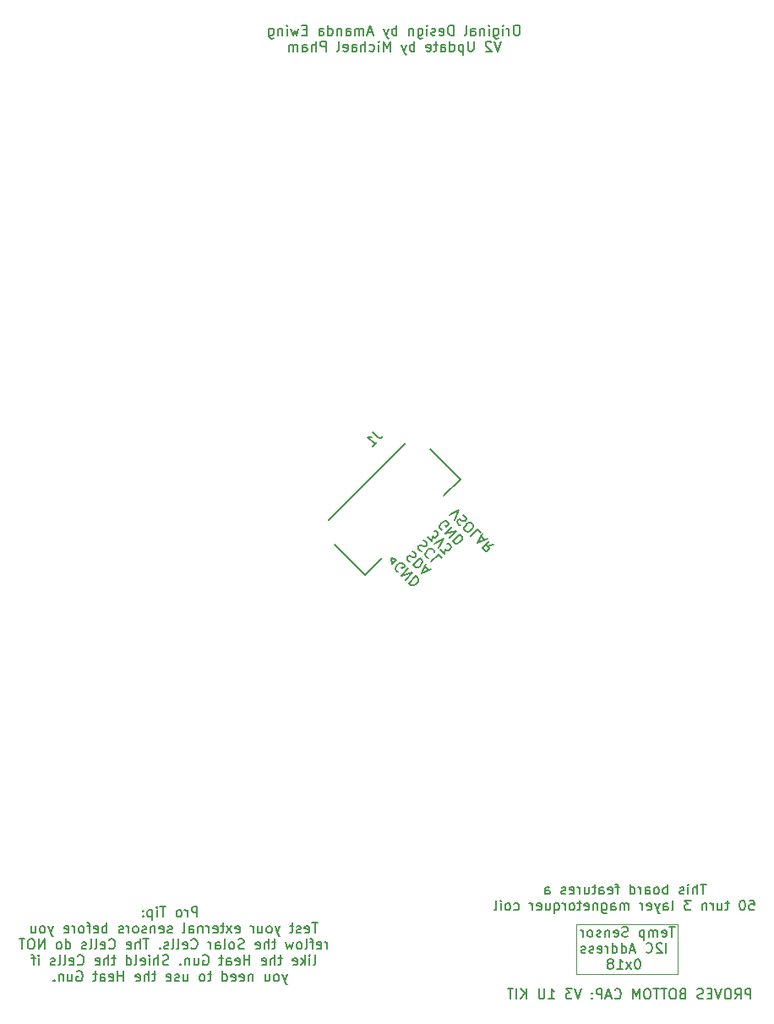
<source format=gbr>
%TF.GenerationSoftware,KiCad,Pcbnew,9.0.0*%
%TF.CreationDate,2025-03-12T18:23:27-07:00*%
%TF.ProjectId,Z_Face_V2,5a5f4661-6365-45f5-9632-2e6b69636164,3.1*%
%TF.SameCoordinates,Original*%
%TF.FileFunction,Legend,Bot*%
%TF.FilePolarity,Positive*%
%FSLAX46Y46*%
G04 Gerber Fmt 4.6, Leading zero omitted, Abs format (unit mm)*
G04 Created by KiCad (PCBNEW 9.0.0) date 2025-03-12 18:23:27*
%MOMM*%
%LPD*%
G01*
G04 APERTURE LIST*
%ADD10C,0.150000*%
%ADD11C,0.120000*%
%ADD12C,0.127000*%
%ADD13C,0.010000*%
%ADD14C,0.600000*%
%ADD15C,5.250000*%
G04 APERTURE END LIST*
D10*
X181242858Y-122259875D02*
X180671430Y-122259875D01*
X180957144Y-123259875D02*
X180957144Y-122259875D01*
X180338096Y-123259875D02*
X180338096Y-122259875D01*
X179909525Y-123259875D02*
X179909525Y-122736065D01*
X179909525Y-122736065D02*
X179957144Y-122640827D01*
X179957144Y-122640827D02*
X180052382Y-122593208D01*
X180052382Y-122593208D02*
X180195239Y-122593208D01*
X180195239Y-122593208D02*
X180290477Y-122640827D01*
X180290477Y-122640827D02*
X180338096Y-122688446D01*
X179433334Y-123259875D02*
X179433334Y-122593208D01*
X179433334Y-122259875D02*
X179480953Y-122307494D01*
X179480953Y-122307494D02*
X179433334Y-122355113D01*
X179433334Y-122355113D02*
X179385715Y-122307494D01*
X179385715Y-122307494D02*
X179433334Y-122259875D01*
X179433334Y-122259875D02*
X179433334Y-122355113D01*
X179004763Y-123212256D02*
X178909525Y-123259875D01*
X178909525Y-123259875D02*
X178719049Y-123259875D01*
X178719049Y-123259875D02*
X178623811Y-123212256D01*
X178623811Y-123212256D02*
X178576192Y-123117017D01*
X178576192Y-123117017D02*
X178576192Y-123069398D01*
X178576192Y-123069398D02*
X178623811Y-122974160D01*
X178623811Y-122974160D02*
X178719049Y-122926541D01*
X178719049Y-122926541D02*
X178861906Y-122926541D01*
X178861906Y-122926541D02*
X178957144Y-122878922D01*
X178957144Y-122878922D02*
X179004763Y-122783684D01*
X179004763Y-122783684D02*
X179004763Y-122736065D01*
X179004763Y-122736065D02*
X178957144Y-122640827D01*
X178957144Y-122640827D02*
X178861906Y-122593208D01*
X178861906Y-122593208D02*
X178719049Y-122593208D01*
X178719049Y-122593208D02*
X178623811Y-122640827D01*
X177385715Y-123259875D02*
X177385715Y-122259875D01*
X177385715Y-122640827D02*
X177290477Y-122593208D01*
X177290477Y-122593208D02*
X177100001Y-122593208D01*
X177100001Y-122593208D02*
X177004763Y-122640827D01*
X177004763Y-122640827D02*
X176957144Y-122688446D01*
X176957144Y-122688446D02*
X176909525Y-122783684D01*
X176909525Y-122783684D02*
X176909525Y-123069398D01*
X176909525Y-123069398D02*
X176957144Y-123164636D01*
X176957144Y-123164636D02*
X177004763Y-123212256D01*
X177004763Y-123212256D02*
X177100001Y-123259875D01*
X177100001Y-123259875D02*
X177290477Y-123259875D01*
X177290477Y-123259875D02*
X177385715Y-123212256D01*
X176338096Y-123259875D02*
X176433334Y-123212256D01*
X176433334Y-123212256D02*
X176480953Y-123164636D01*
X176480953Y-123164636D02*
X176528572Y-123069398D01*
X176528572Y-123069398D02*
X176528572Y-122783684D01*
X176528572Y-122783684D02*
X176480953Y-122688446D01*
X176480953Y-122688446D02*
X176433334Y-122640827D01*
X176433334Y-122640827D02*
X176338096Y-122593208D01*
X176338096Y-122593208D02*
X176195239Y-122593208D01*
X176195239Y-122593208D02*
X176100001Y-122640827D01*
X176100001Y-122640827D02*
X176052382Y-122688446D01*
X176052382Y-122688446D02*
X176004763Y-122783684D01*
X176004763Y-122783684D02*
X176004763Y-123069398D01*
X176004763Y-123069398D02*
X176052382Y-123164636D01*
X176052382Y-123164636D02*
X176100001Y-123212256D01*
X176100001Y-123212256D02*
X176195239Y-123259875D01*
X176195239Y-123259875D02*
X176338096Y-123259875D01*
X175147620Y-123259875D02*
X175147620Y-122736065D01*
X175147620Y-122736065D02*
X175195239Y-122640827D01*
X175195239Y-122640827D02*
X175290477Y-122593208D01*
X175290477Y-122593208D02*
X175480953Y-122593208D01*
X175480953Y-122593208D02*
X175576191Y-122640827D01*
X175147620Y-123212256D02*
X175242858Y-123259875D01*
X175242858Y-123259875D02*
X175480953Y-123259875D01*
X175480953Y-123259875D02*
X175576191Y-123212256D01*
X175576191Y-123212256D02*
X175623810Y-123117017D01*
X175623810Y-123117017D02*
X175623810Y-123021779D01*
X175623810Y-123021779D02*
X175576191Y-122926541D01*
X175576191Y-122926541D02*
X175480953Y-122878922D01*
X175480953Y-122878922D02*
X175242858Y-122878922D01*
X175242858Y-122878922D02*
X175147620Y-122831303D01*
X174671429Y-123259875D02*
X174671429Y-122593208D01*
X174671429Y-122783684D02*
X174623810Y-122688446D01*
X174623810Y-122688446D02*
X174576191Y-122640827D01*
X174576191Y-122640827D02*
X174480953Y-122593208D01*
X174480953Y-122593208D02*
X174385715Y-122593208D01*
X173623810Y-123259875D02*
X173623810Y-122259875D01*
X173623810Y-123212256D02*
X173719048Y-123259875D01*
X173719048Y-123259875D02*
X173909524Y-123259875D01*
X173909524Y-123259875D02*
X174004762Y-123212256D01*
X174004762Y-123212256D02*
X174052381Y-123164636D01*
X174052381Y-123164636D02*
X174100000Y-123069398D01*
X174100000Y-123069398D02*
X174100000Y-122783684D01*
X174100000Y-122783684D02*
X174052381Y-122688446D01*
X174052381Y-122688446D02*
X174004762Y-122640827D01*
X174004762Y-122640827D02*
X173909524Y-122593208D01*
X173909524Y-122593208D02*
X173719048Y-122593208D01*
X173719048Y-122593208D02*
X173623810Y-122640827D01*
X172528571Y-122593208D02*
X172147619Y-122593208D01*
X172385714Y-123259875D02*
X172385714Y-122402732D01*
X172385714Y-122402732D02*
X172338095Y-122307494D01*
X172338095Y-122307494D02*
X172242857Y-122259875D01*
X172242857Y-122259875D02*
X172147619Y-122259875D01*
X171433333Y-123212256D02*
X171528571Y-123259875D01*
X171528571Y-123259875D02*
X171719047Y-123259875D01*
X171719047Y-123259875D02*
X171814285Y-123212256D01*
X171814285Y-123212256D02*
X171861904Y-123117017D01*
X171861904Y-123117017D02*
X171861904Y-122736065D01*
X171861904Y-122736065D02*
X171814285Y-122640827D01*
X171814285Y-122640827D02*
X171719047Y-122593208D01*
X171719047Y-122593208D02*
X171528571Y-122593208D01*
X171528571Y-122593208D02*
X171433333Y-122640827D01*
X171433333Y-122640827D02*
X171385714Y-122736065D01*
X171385714Y-122736065D02*
X171385714Y-122831303D01*
X171385714Y-122831303D02*
X171861904Y-122926541D01*
X170528571Y-123259875D02*
X170528571Y-122736065D01*
X170528571Y-122736065D02*
X170576190Y-122640827D01*
X170576190Y-122640827D02*
X170671428Y-122593208D01*
X170671428Y-122593208D02*
X170861904Y-122593208D01*
X170861904Y-122593208D02*
X170957142Y-122640827D01*
X170528571Y-123212256D02*
X170623809Y-123259875D01*
X170623809Y-123259875D02*
X170861904Y-123259875D01*
X170861904Y-123259875D02*
X170957142Y-123212256D01*
X170957142Y-123212256D02*
X171004761Y-123117017D01*
X171004761Y-123117017D02*
X171004761Y-123021779D01*
X171004761Y-123021779D02*
X170957142Y-122926541D01*
X170957142Y-122926541D02*
X170861904Y-122878922D01*
X170861904Y-122878922D02*
X170623809Y-122878922D01*
X170623809Y-122878922D02*
X170528571Y-122831303D01*
X170195237Y-122593208D02*
X169814285Y-122593208D01*
X170052380Y-122259875D02*
X170052380Y-123117017D01*
X170052380Y-123117017D02*
X170004761Y-123212256D01*
X170004761Y-123212256D02*
X169909523Y-123259875D01*
X169909523Y-123259875D02*
X169814285Y-123259875D01*
X169052380Y-122593208D02*
X169052380Y-123259875D01*
X169480951Y-122593208D02*
X169480951Y-123117017D01*
X169480951Y-123117017D02*
X169433332Y-123212256D01*
X169433332Y-123212256D02*
X169338094Y-123259875D01*
X169338094Y-123259875D02*
X169195237Y-123259875D01*
X169195237Y-123259875D02*
X169099999Y-123212256D01*
X169099999Y-123212256D02*
X169052380Y-123164636D01*
X168576189Y-123259875D02*
X168576189Y-122593208D01*
X168576189Y-122783684D02*
X168528570Y-122688446D01*
X168528570Y-122688446D02*
X168480951Y-122640827D01*
X168480951Y-122640827D02*
X168385713Y-122593208D01*
X168385713Y-122593208D02*
X168290475Y-122593208D01*
X167576189Y-123212256D02*
X167671427Y-123259875D01*
X167671427Y-123259875D02*
X167861903Y-123259875D01*
X167861903Y-123259875D02*
X167957141Y-123212256D01*
X167957141Y-123212256D02*
X168004760Y-123117017D01*
X168004760Y-123117017D02*
X168004760Y-122736065D01*
X168004760Y-122736065D02*
X167957141Y-122640827D01*
X167957141Y-122640827D02*
X167861903Y-122593208D01*
X167861903Y-122593208D02*
X167671427Y-122593208D01*
X167671427Y-122593208D02*
X167576189Y-122640827D01*
X167576189Y-122640827D02*
X167528570Y-122736065D01*
X167528570Y-122736065D02*
X167528570Y-122831303D01*
X167528570Y-122831303D02*
X168004760Y-122926541D01*
X167147617Y-123212256D02*
X167052379Y-123259875D01*
X167052379Y-123259875D02*
X166861903Y-123259875D01*
X166861903Y-123259875D02*
X166766665Y-123212256D01*
X166766665Y-123212256D02*
X166719046Y-123117017D01*
X166719046Y-123117017D02*
X166719046Y-123069398D01*
X166719046Y-123069398D02*
X166766665Y-122974160D01*
X166766665Y-122974160D02*
X166861903Y-122926541D01*
X166861903Y-122926541D02*
X167004760Y-122926541D01*
X167004760Y-122926541D02*
X167099998Y-122878922D01*
X167099998Y-122878922D02*
X167147617Y-122783684D01*
X167147617Y-122783684D02*
X167147617Y-122736065D01*
X167147617Y-122736065D02*
X167099998Y-122640827D01*
X167099998Y-122640827D02*
X167004760Y-122593208D01*
X167004760Y-122593208D02*
X166861903Y-122593208D01*
X166861903Y-122593208D02*
X166766665Y-122640827D01*
X165099998Y-123259875D02*
X165099998Y-122736065D01*
X165099998Y-122736065D02*
X165147617Y-122640827D01*
X165147617Y-122640827D02*
X165242855Y-122593208D01*
X165242855Y-122593208D02*
X165433331Y-122593208D01*
X165433331Y-122593208D02*
X165528569Y-122640827D01*
X165099998Y-123212256D02*
X165195236Y-123259875D01*
X165195236Y-123259875D02*
X165433331Y-123259875D01*
X165433331Y-123259875D02*
X165528569Y-123212256D01*
X165528569Y-123212256D02*
X165576188Y-123117017D01*
X165576188Y-123117017D02*
X165576188Y-123021779D01*
X165576188Y-123021779D02*
X165528569Y-122926541D01*
X165528569Y-122926541D02*
X165433331Y-122878922D01*
X165433331Y-122878922D02*
X165195236Y-122878922D01*
X165195236Y-122878922D02*
X165099998Y-122831303D01*
X185576193Y-123869819D02*
X186052383Y-123869819D01*
X186052383Y-123869819D02*
X186100002Y-124346009D01*
X186100002Y-124346009D02*
X186052383Y-124298390D01*
X186052383Y-124298390D02*
X185957145Y-124250771D01*
X185957145Y-124250771D02*
X185719050Y-124250771D01*
X185719050Y-124250771D02*
X185623812Y-124298390D01*
X185623812Y-124298390D02*
X185576193Y-124346009D01*
X185576193Y-124346009D02*
X185528574Y-124441247D01*
X185528574Y-124441247D02*
X185528574Y-124679342D01*
X185528574Y-124679342D02*
X185576193Y-124774580D01*
X185576193Y-124774580D02*
X185623812Y-124822200D01*
X185623812Y-124822200D02*
X185719050Y-124869819D01*
X185719050Y-124869819D02*
X185957145Y-124869819D01*
X185957145Y-124869819D02*
X186052383Y-124822200D01*
X186052383Y-124822200D02*
X186100002Y-124774580D01*
X184909526Y-123869819D02*
X184814288Y-123869819D01*
X184814288Y-123869819D02*
X184719050Y-123917438D01*
X184719050Y-123917438D02*
X184671431Y-123965057D01*
X184671431Y-123965057D02*
X184623812Y-124060295D01*
X184623812Y-124060295D02*
X184576193Y-124250771D01*
X184576193Y-124250771D02*
X184576193Y-124488866D01*
X184576193Y-124488866D02*
X184623812Y-124679342D01*
X184623812Y-124679342D02*
X184671431Y-124774580D01*
X184671431Y-124774580D02*
X184719050Y-124822200D01*
X184719050Y-124822200D02*
X184814288Y-124869819D01*
X184814288Y-124869819D02*
X184909526Y-124869819D01*
X184909526Y-124869819D02*
X185004764Y-124822200D01*
X185004764Y-124822200D02*
X185052383Y-124774580D01*
X185052383Y-124774580D02*
X185100002Y-124679342D01*
X185100002Y-124679342D02*
X185147621Y-124488866D01*
X185147621Y-124488866D02*
X185147621Y-124250771D01*
X185147621Y-124250771D02*
X185100002Y-124060295D01*
X185100002Y-124060295D02*
X185052383Y-123965057D01*
X185052383Y-123965057D02*
X185004764Y-123917438D01*
X185004764Y-123917438D02*
X184909526Y-123869819D01*
X183528573Y-124203152D02*
X183147621Y-124203152D01*
X183385716Y-123869819D02*
X183385716Y-124726961D01*
X183385716Y-124726961D02*
X183338097Y-124822200D01*
X183338097Y-124822200D02*
X183242859Y-124869819D01*
X183242859Y-124869819D02*
X183147621Y-124869819D01*
X182385716Y-124203152D02*
X182385716Y-124869819D01*
X182814287Y-124203152D02*
X182814287Y-124726961D01*
X182814287Y-124726961D02*
X182766668Y-124822200D01*
X182766668Y-124822200D02*
X182671430Y-124869819D01*
X182671430Y-124869819D02*
X182528573Y-124869819D01*
X182528573Y-124869819D02*
X182433335Y-124822200D01*
X182433335Y-124822200D02*
X182385716Y-124774580D01*
X181909525Y-124869819D02*
X181909525Y-124203152D01*
X181909525Y-124393628D02*
X181861906Y-124298390D01*
X181861906Y-124298390D02*
X181814287Y-124250771D01*
X181814287Y-124250771D02*
X181719049Y-124203152D01*
X181719049Y-124203152D02*
X181623811Y-124203152D01*
X181290477Y-124203152D02*
X181290477Y-124869819D01*
X181290477Y-124298390D02*
X181242858Y-124250771D01*
X181242858Y-124250771D02*
X181147620Y-124203152D01*
X181147620Y-124203152D02*
X181004763Y-124203152D01*
X181004763Y-124203152D02*
X180909525Y-124250771D01*
X180909525Y-124250771D02*
X180861906Y-124346009D01*
X180861906Y-124346009D02*
X180861906Y-124869819D01*
X179719048Y-123869819D02*
X179100001Y-123869819D01*
X179100001Y-123869819D02*
X179433334Y-124250771D01*
X179433334Y-124250771D02*
X179290477Y-124250771D01*
X179290477Y-124250771D02*
X179195239Y-124298390D01*
X179195239Y-124298390D02*
X179147620Y-124346009D01*
X179147620Y-124346009D02*
X179100001Y-124441247D01*
X179100001Y-124441247D02*
X179100001Y-124679342D01*
X179100001Y-124679342D02*
X179147620Y-124774580D01*
X179147620Y-124774580D02*
X179195239Y-124822200D01*
X179195239Y-124822200D02*
X179290477Y-124869819D01*
X179290477Y-124869819D02*
X179576191Y-124869819D01*
X179576191Y-124869819D02*
X179671429Y-124822200D01*
X179671429Y-124822200D02*
X179719048Y-124774580D01*
X177766667Y-124869819D02*
X177861905Y-124822200D01*
X177861905Y-124822200D02*
X177909524Y-124726961D01*
X177909524Y-124726961D02*
X177909524Y-123869819D01*
X176957143Y-124869819D02*
X176957143Y-124346009D01*
X176957143Y-124346009D02*
X177004762Y-124250771D01*
X177004762Y-124250771D02*
X177100000Y-124203152D01*
X177100000Y-124203152D02*
X177290476Y-124203152D01*
X177290476Y-124203152D02*
X177385714Y-124250771D01*
X176957143Y-124822200D02*
X177052381Y-124869819D01*
X177052381Y-124869819D02*
X177290476Y-124869819D01*
X177290476Y-124869819D02*
X177385714Y-124822200D01*
X177385714Y-124822200D02*
X177433333Y-124726961D01*
X177433333Y-124726961D02*
X177433333Y-124631723D01*
X177433333Y-124631723D02*
X177385714Y-124536485D01*
X177385714Y-124536485D02*
X177290476Y-124488866D01*
X177290476Y-124488866D02*
X177052381Y-124488866D01*
X177052381Y-124488866D02*
X176957143Y-124441247D01*
X176576190Y-124203152D02*
X176338095Y-124869819D01*
X176100000Y-124203152D02*
X176338095Y-124869819D01*
X176338095Y-124869819D02*
X176433333Y-125107914D01*
X176433333Y-125107914D02*
X176480952Y-125155533D01*
X176480952Y-125155533D02*
X176576190Y-125203152D01*
X175338095Y-124822200D02*
X175433333Y-124869819D01*
X175433333Y-124869819D02*
X175623809Y-124869819D01*
X175623809Y-124869819D02*
X175719047Y-124822200D01*
X175719047Y-124822200D02*
X175766666Y-124726961D01*
X175766666Y-124726961D02*
X175766666Y-124346009D01*
X175766666Y-124346009D02*
X175719047Y-124250771D01*
X175719047Y-124250771D02*
X175623809Y-124203152D01*
X175623809Y-124203152D02*
X175433333Y-124203152D01*
X175433333Y-124203152D02*
X175338095Y-124250771D01*
X175338095Y-124250771D02*
X175290476Y-124346009D01*
X175290476Y-124346009D02*
X175290476Y-124441247D01*
X175290476Y-124441247D02*
X175766666Y-124536485D01*
X174861904Y-124869819D02*
X174861904Y-124203152D01*
X174861904Y-124393628D02*
X174814285Y-124298390D01*
X174814285Y-124298390D02*
X174766666Y-124250771D01*
X174766666Y-124250771D02*
X174671428Y-124203152D01*
X174671428Y-124203152D02*
X174576190Y-124203152D01*
X173480951Y-124869819D02*
X173480951Y-124203152D01*
X173480951Y-124298390D02*
X173433332Y-124250771D01*
X173433332Y-124250771D02*
X173338094Y-124203152D01*
X173338094Y-124203152D02*
X173195237Y-124203152D01*
X173195237Y-124203152D02*
X173099999Y-124250771D01*
X173099999Y-124250771D02*
X173052380Y-124346009D01*
X173052380Y-124346009D02*
X173052380Y-124869819D01*
X173052380Y-124346009D02*
X173004761Y-124250771D01*
X173004761Y-124250771D02*
X172909523Y-124203152D01*
X172909523Y-124203152D02*
X172766666Y-124203152D01*
X172766666Y-124203152D02*
X172671427Y-124250771D01*
X172671427Y-124250771D02*
X172623808Y-124346009D01*
X172623808Y-124346009D02*
X172623808Y-124869819D01*
X171719047Y-124869819D02*
X171719047Y-124346009D01*
X171719047Y-124346009D02*
X171766666Y-124250771D01*
X171766666Y-124250771D02*
X171861904Y-124203152D01*
X171861904Y-124203152D02*
X172052380Y-124203152D01*
X172052380Y-124203152D02*
X172147618Y-124250771D01*
X171719047Y-124822200D02*
X171814285Y-124869819D01*
X171814285Y-124869819D02*
X172052380Y-124869819D01*
X172052380Y-124869819D02*
X172147618Y-124822200D01*
X172147618Y-124822200D02*
X172195237Y-124726961D01*
X172195237Y-124726961D02*
X172195237Y-124631723D01*
X172195237Y-124631723D02*
X172147618Y-124536485D01*
X172147618Y-124536485D02*
X172052380Y-124488866D01*
X172052380Y-124488866D02*
X171814285Y-124488866D01*
X171814285Y-124488866D02*
X171719047Y-124441247D01*
X170814285Y-124203152D02*
X170814285Y-125012676D01*
X170814285Y-125012676D02*
X170861904Y-125107914D01*
X170861904Y-125107914D02*
X170909523Y-125155533D01*
X170909523Y-125155533D02*
X171004761Y-125203152D01*
X171004761Y-125203152D02*
X171147618Y-125203152D01*
X171147618Y-125203152D02*
X171242856Y-125155533D01*
X170814285Y-124822200D02*
X170909523Y-124869819D01*
X170909523Y-124869819D02*
X171099999Y-124869819D01*
X171099999Y-124869819D02*
X171195237Y-124822200D01*
X171195237Y-124822200D02*
X171242856Y-124774580D01*
X171242856Y-124774580D02*
X171290475Y-124679342D01*
X171290475Y-124679342D02*
X171290475Y-124393628D01*
X171290475Y-124393628D02*
X171242856Y-124298390D01*
X171242856Y-124298390D02*
X171195237Y-124250771D01*
X171195237Y-124250771D02*
X171099999Y-124203152D01*
X171099999Y-124203152D02*
X170909523Y-124203152D01*
X170909523Y-124203152D02*
X170814285Y-124250771D01*
X170338094Y-124203152D02*
X170338094Y-124869819D01*
X170338094Y-124298390D02*
X170290475Y-124250771D01*
X170290475Y-124250771D02*
X170195237Y-124203152D01*
X170195237Y-124203152D02*
X170052380Y-124203152D01*
X170052380Y-124203152D02*
X169957142Y-124250771D01*
X169957142Y-124250771D02*
X169909523Y-124346009D01*
X169909523Y-124346009D02*
X169909523Y-124869819D01*
X169052380Y-124822200D02*
X169147618Y-124869819D01*
X169147618Y-124869819D02*
X169338094Y-124869819D01*
X169338094Y-124869819D02*
X169433332Y-124822200D01*
X169433332Y-124822200D02*
X169480951Y-124726961D01*
X169480951Y-124726961D02*
X169480951Y-124346009D01*
X169480951Y-124346009D02*
X169433332Y-124250771D01*
X169433332Y-124250771D02*
X169338094Y-124203152D01*
X169338094Y-124203152D02*
X169147618Y-124203152D01*
X169147618Y-124203152D02*
X169052380Y-124250771D01*
X169052380Y-124250771D02*
X169004761Y-124346009D01*
X169004761Y-124346009D02*
X169004761Y-124441247D01*
X169004761Y-124441247D02*
X169480951Y-124536485D01*
X168719046Y-124203152D02*
X168338094Y-124203152D01*
X168576189Y-123869819D02*
X168576189Y-124726961D01*
X168576189Y-124726961D02*
X168528570Y-124822200D01*
X168528570Y-124822200D02*
X168433332Y-124869819D01*
X168433332Y-124869819D02*
X168338094Y-124869819D01*
X167861903Y-124869819D02*
X167957141Y-124822200D01*
X167957141Y-124822200D02*
X168004760Y-124774580D01*
X168004760Y-124774580D02*
X168052379Y-124679342D01*
X168052379Y-124679342D02*
X168052379Y-124393628D01*
X168052379Y-124393628D02*
X168004760Y-124298390D01*
X168004760Y-124298390D02*
X167957141Y-124250771D01*
X167957141Y-124250771D02*
X167861903Y-124203152D01*
X167861903Y-124203152D02*
X167719046Y-124203152D01*
X167719046Y-124203152D02*
X167623808Y-124250771D01*
X167623808Y-124250771D02*
X167576189Y-124298390D01*
X167576189Y-124298390D02*
X167528570Y-124393628D01*
X167528570Y-124393628D02*
X167528570Y-124679342D01*
X167528570Y-124679342D02*
X167576189Y-124774580D01*
X167576189Y-124774580D02*
X167623808Y-124822200D01*
X167623808Y-124822200D02*
X167719046Y-124869819D01*
X167719046Y-124869819D02*
X167861903Y-124869819D01*
X167099998Y-124869819D02*
X167099998Y-124203152D01*
X167099998Y-124393628D02*
X167052379Y-124298390D01*
X167052379Y-124298390D02*
X167004760Y-124250771D01*
X167004760Y-124250771D02*
X166909522Y-124203152D01*
X166909522Y-124203152D02*
X166814284Y-124203152D01*
X166052379Y-124203152D02*
X166052379Y-125203152D01*
X166052379Y-124822200D02*
X166147617Y-124869819D01*
X166147617Y-124869819D02*
X166338093Y-124869819D01*
X166338093Y-124869819D02*
X166433331Y-124822200D01*
X166433331Y-124822200D02*
X166480950Y-124774580D01*
X166480950Y-124774580D02*
X166528569Y-124679342D01*
X166528569Y-124679342D02*
X166528569Y-124393628D01*
X166528569Y-124393628D02*
X166480950Y-124298390D01*
X166480950Y-124298390D02*
X166433331Y-124250771D01*
X166433331Y-124250771D02*
X166338093Y-124203152D01*
X166338093Y-124203152D02*
X166147617Y-124203152D01*
X166147617Y-124203152D02*
X166052379Y-124250771D01*
X165147617Y-124203152D02*
X165147617Y-124869819D01*
X165576188Y-124203152D02*
X165576188Y-124726961D01*
X165576188Y-124726961D02*
X165528569Y-124822200D01*
X165528569Y-124822200D02*
X165433331Y-124869819D01*
X165433331Y-124869819D02*
X165290474Y-124869819D01*
X165290474Y-124869819D02*
X165195236Y-124822200D01*
X165195236Y-124822200D02*
X165147617Y-124774580D01*
X164290474Y-124822200D02*
X164385712Y-124869819D01*
X164385712Y-124869819D02*
X164576188Y-124869819D01*
X164576188Y-124869819D02*
X164671426Y-124822200D01*
X164671426Y-124822200D02*
X164719045Y-124726961D01*
X164719045Y-124726961D02*
X164719045Y-124346009D01*
X164719045Y-124346009D02*
X164671426Y-124250771D01*
X164671426Y-124250771D02*
X164576188Y-124203152D01*
X164576188Y-124203152D02*
X164385712Y-124203152D01*
X164385712Y-124203152D02*
X164290474Y-124250771D01*
X164290474Y-124250771D02*
X164242855Y-124346009D01*
X164242855Y-124346009D02*
X164242855Y-124441247D01*
X164242855Y-124441247D02*
X164719045Y-124536485D01*
X163814283Y-124869819D02*
X163814283Y-124203152D01*
X163814283Y-124393628D02*
X163766664Y-124298390D01*
X163766664Y-124298390D02*
X163719045Y-124250771D01*
X163719045Y-124250771D02*
X163623807Y-124203152D01*
X163623807Y-124203152D02*
X163528569Y-124203152D01*
X162004759Y-124822200D02*
X162099997Y-124869819D01*
X162099997Y-124869819D02*
X162290473Y-124869819D01*
X162290473Y-124869819D02*
X162385711Y-124822200D01*
X162385711Y-124822200D02*
X162433330Y-124774580D01*
X162433330Y-124774580D02*
X162480949Y-124679342D01*
X162480949Y-124679342D02*
X162480949Y-124393628D01*
X162480949Y-124393628D02*
X162433330Y-124298390D01*
X162433330Y-124298390D02*
X162385711Y-124250771D01*
X162385711Y-124250771D02*
X162290473Y-124203152D01*
X162290473Y-124203152D02*
X162099997Y-124203152D01*
X162099997Y-124203152D02*
X162004759Y-124250771D01*
X161433330Y-124869819D02*
X161528568Y-124822200D01*
X161528568Y-124822200D02*
X161576187Y-124774580D01*
X161576187Y-124774580D02*
X161623806Y-124679342D01*
X161623806Y-124679342D02*
X161623806Y-124393628D01*
X161623806Y-124393628D02*
X161576187Y-124298390D01*
X161576187Y-124298390D02*
X161528568Y-124250771D01*
X161528568Y-124250771D02*
X161433330Y-124203152D01*
X161433330Y-124203152D02*
X161290473Y-124203152D01*
X161290473Y-124203152D02*
X161195235Y-124250771D01*
X161195235Y-124250771D02*
X161147616Y-124298390D01*
X161147616Y-124298390D02*
X161099997Y-124393628D01*
X161099997Y-124393628D02*
X161099997Y-124679342D01*
X161099997Y-124679342D02*
X161147616Y-124774580D01*
X161147616Y-124774580D02*
X161195235Y-124822200D01*
X161195235Y-124822200D02*
X161290473Y-124869819D01*
X161290473Y-124869819D02*
X161433330Y-124869819D01*
X160671425Y-124869819D02*
X160671425Y-124203152D01*
X160671425Y-123869819D02*
X160719044Y-123917438D01*
X160719044Y-123917438D02*
X160671425Y-123965057D01*
X160671425Y-123965057D02*
X160623806Y-123917438D01*
X160623806Y-123917438D02*
X160671425Y-123869819D01*
X160671425Y-123869819D02*
X160671425Y-123965057D01*
X160052378Y-124869819D02*
X160147616Y-124822200D01*
X160147616Y-124822200D02*
X160195235Y-124726961D01*
X160195235Y-124726961D02*
X160195235Y-123869819D01*
X162357143Y-36259875D02*
X162166667Y-36259875D01*
X162166667Y-36259875D02*
X162071429Y-36307494D01*
X162071429Y-36307494D02*
X161976191Y-36402732D01*
X161976191Y-36402732D02*
X161928572Y-36593208D01*
X161928572Y-36593208D02*
X161928572Y-36926541D01*
X161928572Y-36926541D02*
X161976191Y-37117017D01*
X161976191Y-37117017D02*
X162071429Y-37212256D01*
X162071429Y-37212256D02*
X162166667Y-37259875D01*
X162166667Y-37259875D02*
X162357143Y-37259875D01*
X162357143Y-37259875D02*
X162452381Y-37212256D01*
X162452381Y-37212256D02*
X162547619Y-37117017D01*
X162547619Y-37117017D02*
X162595238Y-36926541D01*
X162595238Y-36926541D02*
X162595238Y-36593208D01*
X162595238Y-36593208D02*
X162547619Y-36402732D01*
X162547619Y-36402732D02*
X162452381Y-36307494D01*
X162452381Y-36307494D02*
X162357143Y-36259875D01*
X161500000Y-37259875D02*
X161500000Y-36593208D01*
X161500000Y-36783684D02*
X161452381Y-36688446D01*
X161452381Y-36688446D02*
X161404762Y-36640827D01*
X161404762Y-36640827D02*
X161309524Y-36593208D01*
X161309524Y-36593208D02*
X161214286Y-36593208D01*
X160880952Y-37259875D02*
X160880952Y-36593208D01*
X160880952Y-36259875D02*
X160928571Y-36307494D01*
X160928571Y-36307494D02*
X160880952Y-36355113D01*
X160880952Y-36355113D02*
X160833333Y-36307494D01*
X160833333Y-36307494D02*
X160880952Y-36259875D01*
X160880952Y-36259875D02*
X160880952Y-36355113D01*
X159976191Y-36593208D02*
X159976191Y-37402732D01*
X159976191Y-37402732D02*
X160023810Y-37497970D01*
X160023810Y-37497970D02*
X160071429Y-37545589D01*
X160071429Y-37545589D02*
X160166667Y-37593208D01*
X160166667Y-37593208D02*
X160309524Y-37593208D01*
X160309524Y-37593208D02*
X160404762Y-37545589D01*
X159976191Y-37212256D02*
X160071429Y-37259875D01*
X160071429Y-37259875D02*
X160261905Y-37259875D01*
X160261905Y-37259875D02*
X160357143Y-37212256D01*
X160357143Y-37212256D02*
X160404762Y-37164636D01*
X160404762Y-37164636D02*
X160452381Y-37069398D01*
X160452381Y-37069398D02*
X160452381Y-36783684D01*
X160452381Y-36783684D02*
X160404762Y-36688446D01*
X160404762Y-36688446D02*
X160357143Y-36640827D01*
X160357143Y-36640827D02*
X160261905Y-36593208D01*
X160261905Y-36593208D02*
X160071429Y-36593208D01*
X160071429Y-36593208D02*
X159976191Y-36640827D01*
X159500000Y-37259875D02*
X159500000Y-36593208D01*
X159500000Y-36259875D02*
X159547619Y-36307494D01*
X159547619Y-36307494D02*
X159500000Y-36355113D01*
X159500000Y-36355113D02*
X159452381Y-36307494D01*
X159452381Y-36307494D02*
X159500000Y-36259875D01*
X159500000Y-36259875D02*
X159500000Y-36355113D01*
X159023810Y-36593208D02*
X159023810Y-37259875D01*
X159023810Y-36688446D02*
X158976191Y-36640827D01*
X158976191Y-36640827D02*
X158880953Y-36593208D01*
X158880953Y-36593208D02*
X158738096Y-36593208D01*
X158738096Y-36593208D02*
X158642858Y-36640827D01*
X158642858Y-36640827D02*
X158595239Y-36736065D01*
X158595239Y-36736065D02*
X158595239Y-37259875D01*
X157690477Y-37259875D02*
X157690477Y-36736065D01*
X157690477Y-36736065D02*
X157738096Y-36640827D01*
X157738096Y-36640827D02*
X157833334Y-36593208D01*
X157833334Y-36593208D02*
X158023810Y-36593208D01*
X158023810Y-36593208D02*
X158119048Y-36640827D01*
X157690477Y-37212256D02*
X157785715Y-37259875D01*
X157785715Y-37259875D02*
X158023810Y-37259875D01*
X158023810Y-37259875D02*
X158119048Y-37212256D01*
X158119048Y-37212256D02*
X158166667Y-37117017D01*
X158166667Y-37117017D02*
X158166667Y-37021779D01*
X158166667Y-37021779D02*
X158119048Y-36926541D01*
X158119048Y-36926541D02*
X158023810Y-36878922D01*
X158023810Y-36878922D02*
X157785715Y-36878922D01*
X157785715Y-36878922D02*
X157690477Y-36831303D01*
X157071429Y-37259875D02*
X157166667Y-37212256D01*
X157166667Y-37212256D02*
X157214286Y-37117017D01*
X157214286Y-37117017D02*
X157214286Y-36259875D01*
X155928571Y-37259875D02*
X155928571Y-36259875D01*
X155928571Y-36259875D02*
X155690476Y-36259875D01*
X155690476Y-36259875D02*
X155547619Y-36307494D01*
X155547619Y-36307494D02*
X155452381Y-36402732D01*
X155452381Y-36402732D02*
X155404762Y-36497970D01*
X155404762Y-36497970D02*
X155357143Y-36688446D01*
X155357143Y-36688446D02*
X155357143Y-36831303D01*
X155357143Y-36831303D02*
X155404762Y-37021779D01*
X155404762Y-37021779D02*
X155452381Y-37117017D01*
X155452381Y-37117017D02*
X155547619Y-37212256D01*
X155547619Y-37212256D02*
X155690476Y-37259875D01*
X155690476Y-37259875D02*
X155928571Y-37259875D01*
X154547619Y-37212256D02*
X154642857Y-37259875D01*
X154642857Y-37259875D02*
X154833333Y-37259875D01*
X154833333Y-37259875D02*
X154928571Y-37212256D01*
X154928571Y-37212256D02*
X154976190Y-37117017D01*
X154976190Y-37117017D02*
X154976190Y-36736065D01*
X154976190Y-36736065D02*
X154928571Y-36640827D01*
X154928571Y-36640827D02*
X154833333Y-36593208D01*
X154833333Y-36593208D02*
X154642857Y-36593208D01*
X154642857Y-36593208D02*
X154547619Y-36640827D01*
X154547619Y-36640827D02*
X154500000Y-36736065D01*
X154500000Y-36736065D02*
X154500000Y-36831303D01*
X154500000Y-36831303D02*
X154976190Y-36926541D01*
X154119047Y-37212256D02*
X154023809Y-37259875D01*
X154023809Y-37259875D02*
X153833333Y-37259875D01*
X153833333Y-37259875D02*
X153738095Y-37212256D01*
X153738095Y-37212256D02*
X153690476Y-37117017D01*
X153690476Y-37117017D02*
X153690476Y-37069398D01*
X153690476Y-37069398D02*
X153738095Y-36974160D01*
X153738095Y-36974160D02*
X153833333Y-36926541D01*
X153833333Y-36926541D02*
X153976190Y-36926541D01*
X153976190Y-36926541D02*
X154071428Y-36878922D01*
X154071428Y-36878922D02*
X154119047Y-36783684D01*
X154119047Y-36783684D02*
X154119047Y-36736065D01*
X154119047Y-36736065D02*
X154071428Y-36640827D01*
X154071428Y-36640827D02*
X153976190Y-36593208D01*
X153976190Y-36593208D02*
X153833333Y-36593208D01*
X153833333Y-36593208D02*
X153738095Y-36640827D01*
X153261904Y-37259875D02*
X153261904Y-36593208D01*
X153261904Y-36259875D02*
X153309523Y-36307494D01*
X153309523Y-36307494D02*
X153261904Y-36355113D01*
X153261904Y-36355113D02*
X153214285Y-36307494D01*
X153214285Y-36307494D02*
X153261904Y-36259875D01*
X153261904Y-36259875D02*
X153261904Y-36355113D01*
X152357143Y-36593208D02*
X152357143Y-37402732D01*
X152357143Y-37402732D02*
X152404762Y-37497970D01*
X152404762Y-37497970D02*
X152452381Y-37545589D01*
X152452381Y-37545589D02*
X152547619Y-37593208D01*
X152547619Y-37593208D02*
X152690476Y-37593208D01*
X152690476Y-37593208D02*
X152785714Y-37545589D01*
X152357143Y-37212256D02*
X152452381Y-37259875D01*
X152452381Y-37259875D02*
X152642857Y-37259875D01*
X152642857Y-37259875D02*
X152738095Y-37212256D01*
X152738095Y-37212256D02*
X152785714Y-37164636D01*
X152785714Y-37164636D02*
X152833333Y-37069398D01*
X152833333Y-37069398D02*
X152833333Y-36783684D01*
X152833333Y-36783684D02*
X152785714Y-36688446D01*
X152785714Y-36688446D02*
X152738095Y-36640827D01*
X152738095Y-36640827D02*
X152642857Y-36593208D01*
X152642857Y-36593208D02*
X152452381Y-36593208D01*
X152452381Y-36593208D02*
X152357143Y-36640827D01*
X151880952Y-36593208D02*
X151880952Y-37259875D01*
X151880952Y-36688446D02*
X151833333Y-36640827D01*
X151833333Y-36640827D02*
X151738095Y-36593208D01*
X151738095Y-36593208D02*
X151595238Y-36593208D01*
X151595238Y-36593208D02*
X151500000Y-36640827D01*
X151500000Y-36640827D02*
X151452381Y-36736065D01*
X151452381Y-36736065D02*
X151452381Y-37259875D01*
X150214285Y-37259875D02*
X150214285Y-36259875D01*
X150214285Y-36640827D02*
X150119047Y-36593208D01*
X150119047Y-36593208D02*
X149928571Y-36593208D01*
X149928571Y-36593208D02*
X149833333Y-36640827D01*
X149833333Y-36640827D02*
X149785714Y-36688446D01*
X149785714Y-36688446D02*
X149738095Y-36783684D01*
X149738095Y-36783684D02*
X149738095Y-37069398D01*
X149738095Y-37069398D02*
X149785714Y-37164636D01*
X149785714Y-37164636D02*
X149833333Y-37212256D01*
X149833333Y-37212256D02*
X149928571Y-37259875D01*
X149928571Y-37259875D02*
X150119047Y-37259875D01*
X150119047Y-37259875D02*
X150214285Y-37212256D01*
X149404761Y-36593208D02*
X149166666Y-37259875D01*
X148928571Y-36593208D02*
X149166666Y-37259875D01*
X149166666Y-37259875D02*
X149261904Y-37497970D01*
X149261904Y-37497970D02*
X149309523Y-37545589D01*
X149309523Y-37545589D02*
X149404761Y-37593208D01*
X147833332Y-36974160D02*
X147357142Y-36974160D01*
X147928570Y-37259875D02*
X147595237Y-36259875D01*
X147595237Y-36259875D02*
X147261904Y-37259875D01*
X146928570Y-37259875D02*
X146928570Y-36593208D01*
X146928570Y-36688446D02*
X146880951Y-36640827D01*
X146880951Y-36640827D02*
X146785713Y-36593208D01*
X146785713Y-36593208D02*
X146642856Y-36593208D01*
X146642856Y-36593208D02*
X146547618Y-36640827D01*
X146547618Y-36640827D02*
X146499999Y-36736065D01*
X146499999Y-36736065D02*
X146499999Y-37259875D01*
X146499999Y-36736065D02*
X146452380Y-36640827D01*
X146452380Y-36640827D02*
X146357142Y-36593208D01*
X146357142Y-36593208D02*
X146214285Y-36593208D01*
X146214285Y-36593208D02*
X146119046Y-36640827D01*
X146119046Y-36640827D02*
X146071427Y-36736065D01*
X146071427Y-36736065D02*
X146071427Y-37259875D01*
X145166666Y-37259875D02*
X145166666Y-36736065D01*
X145166666Y-36736065D02*
X145214285Y-36640827D01*
X145214285Y-36640827D02*
X145309523Y-36593208D01*
X145309523Y-36593208D02*
X145499999Y-36593208D01*
X145499999Y-36593208D02*
X145595237Y-36640827D01*
X145166666Y-37212256D02*
X145261904Y-37259875D01*
X145261904Y-37259875D02*
X145499999Y-37259875D01*
X145499999Y-37259875D02*
X145595237Y-37212256D01*
X145595237Y-37212256D02*
X145642856Y-37117017D01*
X145642856Y-37117017D02*
X145642856Y-37021779D01*
X145642856Y-37021779D02*
X145595237Y-36926541D01*
X145595237Y-36926541D02*
X145499999Y-36878922D01*
X145499999Y-36878922D02*
X145261904Y-36878922D01*
X145261904Y-36878922D02*
X145166666Y-36831303D01*
X144690475Y-36593208D02*
X144690475Y-37259875D01*
X144690475Y-36688446D02*
X144642856Y-36640827D01*
X144642856Y-36640827D02*
X144547618Y-36593208D01*
X144547618Y-36593208D02*
X144404761Y-36593208D01*
X144404761Y-36593208D02*
X144309523Y-36640827D01*
X144309523Y-36640827D02*
X144261904Y-36736065D01*
X144261904Y-36736065D02*
X144261904Y-37259875D01*
X143357142Y-37259875D02*
X143357142Y-36259875D01*
X143357142Y-37212256D02*
X143452380Y-37259875D01*
X143452380Y-37259875D02*
X143642856Y-37259875D01*
X143642856Y-37259875D02*
X143738094Y-37212256D01*
X143738094Y-37212256D02*
X143785713Y-37164636D01*
X143785713Y-37164636D02*
X143833332Y-37069398D01*
X143833332Y-37069398D02*
X143833332Y-36783684D01*
X143833332Y-36783684D02*
X143785713Y-36688446D01*
X143785713Y-36688446D02*
X143738094Y-36640827D01*
X143738094Y-36640827D02*
X143642856Y-36593208D01*
X143642856Y-36593208D02*
X143452380Y-36593208D01*
X143452380Y-36593208D02*
X143357142Y-36640827D01*
X142452380Y-37259875D02*
X142452380Y-36736065D01*
X142452380Y-36736065D02*
X142499999Y-36640827D01*
X142499999Y-36640827D02*
X142595237Y-36593208D01*
X142595237Y-36593208D02*
X142785713Y-36593208D01*
X142785713Y-36593208D02*
X142880951Y-36640827D01*
X142452380Y-37212256D02*
X142547618Y-37259875D01*
X142547618Y-37259875D02*
X142785713Y-37259875D01*
X142785713Y-37259875D02*
X142880951Y-37212256D01*
X142880951Y-37212256D02*
X142928570Y-37117017D01*
X142928570Y-37117017D02*
X142928570Y-37021779D01*
X142928570Y-37021779D02*
X142880951Y-36926541D01*
X142880951Y-36926541D02*
X142785713Y-36878922D01*
X142785713Y-36878922D02*
X142547618Y-36878922D01*
X142547618Y-36878922D02*
X142452380Y-36831303D01*
X141214284Y-36736065D02*
X140880951Y-36736065D01*
X140738094Y-37259875D02*
X141214284Y-37259875D01*
X141214284Y-37259875D02*
X141214284Y-36259875D01*
X141214284Y-36259875D02*
X140738094Y-36259875D01*
X140404760Y-36593208D02*
X140214284Y-37259875D01*
X140214284Y-37259875D02*
X140023808Y-36783684D01*
X140023808Y-36783684D02*
X139833332Y-37259875D01*
X139833332Y-37259875D02*
X139642856Y-36593208D01*
X139261903Y-37259875D02*
X139261903Y-36593208D01*
X139261903Y-36259875D02*
X139309522Y-36307494D01*
X139309522Y-36307494D02*
X139261903Y-36355113D01*
X139261903Y-36355113D02*
X139214284Y-36307494D01*
X139214284Y-36307494D02*
X139261903Y-36259875D01*
X139261903Y-36259875D02*
X139261903Y-36355113D01*
X138785713Y-36593208D02*
X138785713Y-37259875D01*
X138785713Y-36688446D02*
X138738094Y-36640827D01*
X138738094Y-36640827D02*
X138642856Y-36593208D01*
X138642856Y-36593208D02*
X138499999Y-36593208D01*
X138499999Y-36593208D02*
X138404761Y-36640827D01*
X138404761Y-36640827D02*
X138357142Y-36736065D01*
X138357142Y-36736065D02*
X138357142Y-37259875D01*
X137452380Y-36593208D02*
X137452380Y-37402732D01*
X137452380Y-37402732D02*
X137499999Y-37497970D01*
X137499999Y-37497970D02*
X137547618Y-37545589D01*
X137547618Y-37545589D02*
X137642856Y-37593208D01*
X137642856Y-37593208D02*
X137785713Y-37593208D01*
X137785713Y-37593208D02*
X137880951Y-37545589D01*
X137452380Y-37212256D02*
X137547618Y-37259875D01*
X137547618Y-37259875D02*
X137738094Y-37259875D01*
X137738094Y-37259875D02*
X137833332Y-37212256D01*
X137833332Y-37212256D02*
X137880951Y-37164636D01*
X137880951Y-37164636D02*
X137928570Y-37069398D01*
X137928570Y-37069398D02*
X137928570Y-36783684D01*
X137928570Y-36783684D02*
X137880951Y-36688446D01*
X137880951Y-36688446D02*
X137833332Y-36640827D01*
X137833332Y-36640827D02*
X137738094Y-36593208D01*
X137738094Y-36593208D02*
X137547618Y-36593208D01*
X137547618Y-36593208D02*
X137452380Y-36640827D01*
X160666667Y-37869819D02*
X160333334Y-38869819D01*
X160333334Y-38869819D02*
X160000001Y-37869819D01*
X159714286Y-37965057D02*
X159666667Y-37917438D01*
X159666667Y-37917438D02*
X159571429Y-37869819D01*
X159571429Y-37869819D02*
X159333334Y-37869819D01*
X159333334Y-37869819D02*
X159238096Y-37917438D01*
X159238096Y-37917438D02*
X159190477Y-37965057D01*
X159190477Y-37965057D02*
X159142858Y-38060295D01*
X159142858Y-38060295D02*
X159142858Y-38155533D01*
X159142858Y-38155533D02*
X159190477Y-38298390D01*
X159190477Y-38298390D02*
X159761905Y-38869819D01*
X159761905Y-38869819D02*
X159142858Y-38869819D01*
X157952381Y-37869819D02*
X157952381Y-38679342D01*
X157952381Y-38679342D02*
X157904762Y-38774580D01*
X157904762Y-38774580D02*
X157857143Y-38822200D01*
X157857143Y-38822200D02*
X157761905Y-38869819D01*
X157761905Y-38869819D02*
X157571429Y-38869819D01*
X157571429Y-38869819D02*
X157476191Y-38822200D01*
X157476191Y-38822200D02*
X157428572Y-38774580D01*
X157428572Y-38774580D02*
X157380953Y-38679342D01*
X157380953Y-38679342D02*
X157380953Y-37869819D01*
X156904762Y-38203152D02*
X156904762Y-39203152D01*
X156904762Y-38250771D02*
X156809524Y-38203152D01*
X156809524Y-38203152D02*
X156619048Y-38203152D01*
X156619048Y-38203152D02*
X156523810Y-38250771D01*
X156523810Y-38250771D02*
X156476191Y-38298390D01*
X156476191Y-38298390D02*
X156428572Y-38393628D01*
X156428572Y-38393628D02*
X156428572Y-38679342D01*
X156428572Y-38679342D02*
X156476191Y-38774580D01*
X156476191Y-38774580D02*
X156523810Y-38822200D01*
X156523810Y-38822200D02*
X156619048Y-38869819D01*
X156619048Y-38869819D02*
X156809524Y-38869819D01*
X156809524Y-38869819D02*
X156904762Y-38822200D01*
X155571429Y-38869819D02*
X155571429Y-37869819D01*
X155571429Y-38822200D02*
X155666667Y-38869819D01*
X155666667Y-38869819D02*
X155857143Y-38869819D01*
X155857143Y-38869819D02*
X155952381Y-38822200D01*
X155952381Y-38822200D02*
X156000000Y-38774580D01*
X156000000Y-38774580D02*
X156047619Y-38679342D01*
X156047619Y-38679342D02*
X156047619Y-38393628D01*
X156047619Y-38393628D02*
X156000000Y-38298390D01*
X156000000Y-38298390D02*
X155952381Y-38250771D01*
X155952381Y-38250771D02*
X155857143Y-38203152D01*
X155857143Y-38203152D02*
X155666667Y-38203152D01*
X155666667Y-38203152D02*
X155571429Y-38250771D01*
X154666667Y-38869819D02*
X154666667Y-38346009D01*
X154666667Y-38346009D02*
X154714286Y-38250771D01*
X154714286Y-38250771D02*
X154809524Y-38203152D01*
X154809524Y-38203152D02*
X155000000Y-38203152D01*
X155000000Y-38203152D02*
X155095238Y-38250771D01*
X154666667Y-38822200D02*
X154761905Y-38869819D01*
X154761905Y-38869819D02*
X155000000Y-38869819D01*
X155000000Y-38869819D02*
X155095238Y-38822200D01*
X155095238Y-38822200D02*
X155142857Y-38726961D01*
X155142857Y-38726961D02*
X155142857Y-38631723D01*
X155142857Y-38631723D02*
X155095238Y-38536485D01*
X155095238Y-38536485D02*
X155000000Y-38488866D01*
X155000000Y-38488866D02*
X154761905Y-38488866D01*
X154761905Y-38488866D02*
X154666667Y-38441247D01*
X154333333Y-38203152D02*
X153952381Y-38203152D01*
X154190476Y-37869819D02*
X154190476Y-38726961D01*
X154190476Y-38726961D02*
X154142857Y-38822200D01*
X154142857Y-38822200D02*
X154047619Y-38869819D01*
X154047619Y-38869819D02*
X153952381Y-38869819D01*
X153238095Y-38822200D02*
X153333333Y-38869819D01*
X153333333Y-38869819D02*
X153523809Y-38869819D01*
X153523809Y-38869819D02*
X153619047Y-38822200D01*
X153619047Y-38822200D02*
X153666666Y-38726961D01*
X153666666Y-38726961D02*
X153666666Y-38346009D01*
X153666666Y-38346009D02*
X153619047Y-38250771D01*
X153619047Y-38250771D02*
X153523809Y-38203152D01*
X153523809Y-38203152D02*
X153333333Y-38203152D01*
X153333333Y-38203152D02*
X153238095Y-38250771D01*
X153238095Y-38250771D02*
X153190476Y-38346009D01*
X153190476Y-38346009D02*
X153190476Y-38441247D01*
X153190476Y-38441247D02*
X153666666Y-38536485D01*
X151999999Y-38869819D02*
X151999999Y-37869819D01*
X151999999Y-38250771D02*
X151904761Y-38203152D01*
X151904761Y-38203152D02*
X151714285Y-38203152D01*
X151714285Y-38203152D02*
X151619047Y-38250771D01*
X151619047Y-38250771D02*
X151571428Y-38298390D01*
X151571428Y-38298390D02*
X151523809Y-38393628D01*
X151523809Y-38393628D02*
X151523809Y-38679342D01*
X151523809Y-38679342D02*
X151571428Y-38774580D01*
X151571428Y-38774580D02*
X151619047Y-38822200D01*
X151619047Y-38822200D02*
X151714285Y-38869819D01*
X151714285Y-38869819D02*
X151904761Y-38869819D01*
X151904761Y-38869819D02*
X151999999Y-38822200D01*
X151190475Y-38203152D02*
X150952380Y-38869819D01*
X150714285Y-38203152D02*
X150952380Y-38869819D01*
X150952380Y-38869819D02*
X151047618Y-39107914D01*
X151047618Y-39107914D02*
X151095237Y-39155533D01*
X151095237Y-39155533D02*
X151190475Y-39203152D01*
X149571427Y-38869819D02*
X149571427Y-37869819D01*
X149571427Y-37869819D02*
X149238094Y-38584104D01*
X149238094Y-38584104D02*
X148904761Y-37869819D01*
X148904761Y-37869819D02*
X148904761Y-38869819D01*
X148428570Y-38869819D02*
X148428570Y-38203152D01*
X148428570Y-37869819D02*
X148476189Y-37917438D01*
X148476189Y-37917438D02*
X148428570Y-37965057D01*
X148428570Y-37965057D02*
X148380951Y-37917438D01*
X148380951Y-37917438D02*
X148428570Y-37869819D01*
X148428570Y-37869819D02*
X148428570Y-37965057D01*
X147523809Y-38822200D02*
X147619047Y-38869819D01*
X147619047Y-38869819D02*
X147809523Y-38869819D01*
X147809523Y-38869819D02*
X147904761Y-38822200D01*
X147904761Y-38822200D02*
X147952380Y-38774580D01*
X147952380Y-38774580D02*
X147999999Y-38679342D01*
X147999999Y-38679342D02*
X147999999Y-38393628D01*
X147999999Y-38393628D02*
X147952380Y-38298390D01*
X147952380Y-38298390D02*
X147904761Y-38250771D01*
X147904761Y-38250771D02*
X147809523Y-38203152D01*
X147809523Y-38203152D02*
X147619047Y-38203152D01*
X147619047Y-38203152D02*
X147523809Y-38250771D01*
X147095237Y-38869819D02*
X147095237Y-37869819D01*
X146666666Y-38869819D02*
X146666666Y-38346009D01*
X146666666Y-38346009D02*
X146714285Y-38250771D01*
X146714285Y-38250771D02*
X146809523Y-38203152D01*
X146809523Y-38203152D02*
X146952380Y-38203152D01*
X146952380Y-38203152D02*
X147047618Y-38250771D01*
X147047618Y-38250771D02*
X147095237Y-38298390D01*
X145761904Y-38869819D02*
X145761904Y-38346009D01*
X145761904Y-38346009D02*
X145809523Y-38250771D01*
X145809523Y-38250771D02*
X145904761Y-38203152D01*
X145904761Y-38203152D02*
X146095237Y-38203152D01*
X146095237Y-38203152D02*
X146190475Y-38250771D01*
X145761904Y-38822200D02*
X145857142Y-38869819D01*
X145857142Y-38869819D02*
X146095237Y-38869819D01*
X146095237Y-38869819D02*
X146190475Y-38822200D01*
X146190475Y-38822200D02*
X146238094Y-38726961D01*
X146238094Y-38726961D02*
X146238094Y-38631723D01*
X146238094Y-38631723D02*
X146190475Y-38536485D01*
X146190475Y-38536485D02*
X146095237Y-38488866D01*
X146095237Y-38488866D02*
X145857142Y-38488866D01*
X145857142Y-38488866D02*
X145761904Y-38441247D01*
X144904761Y-38822200D02*
X144999999Y-38869819D01*
X144999999Y-38869819D02*
X145190475Y-38869819D01*
X145190475Y-38869819D02*
X145285713Y-38822200D01*
X145285713Y-38822200D02*
X145333332Y-38726961D01*
X145333332Y-38726961D02*
X145333332Y-38346009D01*
X145333332Y-38346009D02*
X145285713Y-38250771D01*
X145285713Y-38250771D02*
X145190475Y-38203152D01*
X145190475Y-38203152D02*
X144999999Y-38203152D01*
X144999999Y-38203152D02*
X144904761Y-38250771D01*
X144904761Y-38250771D02*
X144857142Y-38346009D01*
X144857142Y-38346009D02*
X144857142Y-38441247D01*
X144857142Y-38441247D02*
X145333332Y-38536485D01*
X144285713Y-38869819D02*
X144380951Y-38822200D01*
X144380951Y-38822200D02*
X144428570Y-38726961D01*
X144428570Y-38726961D02*
X144428570Y-37869819D01*
X143142855Y-38869819D02*
X143142855Y-37869819D01*
X143142855Y-37869819D02*
X142761903Y-37869819D01*
X142761903Y-37869819D02*
X142666665Y-37917438D01*
X142666665Y-37917438D02*
X142619046Y-37965057D01*
X142619046Y-37965057D02*
X142571427Y-38060295D01*
X142571427Y-38060295D02*
X142571427Y-38203152D01*
X142571427Y-38203152D02*
X142619046Y-38298390D01*
X142619046Y-38298390D02*
X142666665Y-38346009D01*
X142666665Y-38346009D02*
X142761903Y-38393628D01*
X142761903Y-38393628D02*
X143142855Y-38393628D01*
X142142855Y-38869819D02*
X142142855Y-37869819D01*
X141714284Y-38869819D02*
X141714284Y-38346009D01*
X141714284Y-38346009D02*
X141761903Y-38250771D01*
X141761903Y-38250771D02*
X141857141Y-38203152D01*
X141857141Y-38203152D02*
X141999998Y-38203152D01*
X141999998Y-38203152D02*
X142095236Y-38250771D01*
X142095236Y-38250771D02*
X142142855Y-38298390D01*
X140809522Y-38869819D02*
X140809522Y-38346009D01*
X140809522Y-38346009D02*
X140857141Y-38250771D01*
X140857141Y-38250771D02*
X140952379Y-38203152D01*
X140952379Y-38203152D02*
X141142855Y-38203152D01*
X141142855Y-38203152D02*
X141238093Y-38250771D01*
X140809522Y-38822200D02*
X140904760Y-38869819D01*
X140904760Y-38869819D02*
X141142855Y-38869819D01*
X141142855Y-38869819D02*
X141238093Y-38822200D01*
X141238093Y-38822200D02*
X141285712Y-38726961D01*
X141285712Y-38726961D02*
X141285712Y-38631723D01*
X141285712Y-38631723D02*
X141238093Y-38536485D01*
X141238093Y-38536485D02*
X141142855Y-38488866D01*
X141142855Y-38488866D02*
X140904760Y-38488866D01*
X140904760Y-38488866D02*
X140809522Y-38441247D01*
X140333331Y-38869819D02*
X140333331Y-38203152D01*
X140333331Y-38298390D02*
X140285712Y-38250771D01*
X140285712Y-38250771D02*
X140190474Y-38203152D01*
X140190474Y-38203152D02*
X140047617Y-38203152D01*
X140047617Y-38203152D02*
X139952379Y-38250771D01*
X139952379Y-38250771D02*
X139904760Y-38346009D01*
X139904760Y-38346009D02*
X139904760Y-38869819D01*
X139904760Y-38346009D02*
X139857141Y-38250771D01*
X139857141Y-38250771D02*
X139761903Y-38203152D01*
X139761903Y-38203152D02*
X139619046Y-38203152D01*
X139619046Y-38203152D02*
X139523807Y-38250771D01*
X139523807Y-38250771D02*
X139476188Y-38346009D01*
X139476188Y-38346009D02*
X139476188Y-38869819D01*
D11*
X168200000Y-126300000D02*
X178400000Y-126300000D01*
X178400000Y-131300000D01*
X168200000Y-131300000D01*
X168200000Y-126300000D01*
D10*
X178119047Y-126549931D02*
X177547619Y-126549931D01*
X177833333Y-127549931D02*
X177833333Y-126549931D01*
X176833333Y-127502312D02*
X176928571Y-127549931D01*
X176928571Y-127549931D02*
X177119047Y-127549931D01*
X177119047Y-127549931D02*
X177214285Y-127502312D01*
X177214285Y-127502312D02*
X177261904Y-127407073D01*
X177261904Y-127407073D02*
X177261904Y-127026121D01*
X177261904Y-127026121D02*
X177214285Y-126930883D01*
X177214285Y-126930883D02*
X177119047Y-126883264D01*
X177119047Y-126883264D02*
X176928571Y-126883264D01*
X176928571Y-126883264D02*
X176833333Y-126930883D01*
X176833333Y-126930883D02*
X176785714Y-127026121D01*
X176785714Y-127026121D02*
X176785714Y-127121359D01*
X176785714Y-127121359D02*
X177261904Y-127216597D01*
X176357142Y-127549931D02*
X176357142Y-126883264D01*
X176357142Y-126978502D02*
X176309523Y-126930883D01*
X176309523Y-126930883D02*
X176214285Y-126883264D01*
X176214285Y-126883264D02*
X176071428Y-126883264D01*
X176071428Y-126883264D02*
X175976190Y-126930883D01*
X175976190Y-126930883D02*
X175928571Y-127026121D01*
X175928571Y-127026121D02*
X175928571Y-127549931D01*
X175928571Y-127026121D02*
X175880952Y-126930883D01*
X175880952Y-126930883D02*
X175785714Y-126883264D01*
X175785714Y-126883264D02*
X175642857Y-126883264D01*
X175642857Y-126883264D02*
X175547618Y-126930883D01*
X175547618Y-126930883D02*
X175499999Y-127026121D01*
X175499999Y-127026121D02*
X175499999Y-127549931D01*
X175023809Y-126883264D02*
X175023809Y-127883264D01*
X175023809Y-126930883D02*
X174928571Y-126883264D01*
X174928571Y-126883264D02*
X174738095Y-126883264D01*
X174738095Y-126883264D02*
X174642857Y-126930883D01*
X174642857Y-126930883D02*
X174595238Y-126978502D01*
X174595238Y-126978502D02*
X174547619Y-127073740D01*
X174547619Y-127073740D02*
X174547619Y-127359454D01*
X174547619Y-127359454D02*
X174595238Y-127454692D01*
X174595238Y-127454692D02*
X174642857Y-127502312D01*
X174642857Y-127502312D02*
X174738095Y-127549931D01*
X174738095Y-127549931D02*
X174928571Y-127549931D01*
X174928571Y-127549931D02*
X175023809Y-127502312D01*
X173404761Y-127502312D02*
X173261904Y-127549931D01*
X173261904Y-127549931D02*
X173023809Y-127549931D01*
X173023809Y-127549931D02*
X172928571Y-127502312D01*
X172928571Y-127502312D02*
X172880952Y-127454692D01*
X172880952Y-127454692D02*
X172833333Y-127359454D01*
X172833333Y-127359454D02*
X172833333Y-127264216D01*
X172833333Y-127264216D02*
X172880952Y-127168978D01*
X172880952Y-127168978D02*
X172928571Y-127121359D01*
X172928571Y-127121359D02*
X173023809Y-127073740D01*
X173023809Y-127073740D02*
X173214285Y-127026121D01*
X173214285Y-127026121D02*
X173309523Y-126978502D01*
X173309523Y-126978502D02*
X173357142Y-126930883D01*
X173357142Y-126930883D02*
X173404761Y-126835645D01*
X173404761Y-126835645D02*
X173404761Y-126740407D01*
X173404761Y-126740407D02*
X173357142Y-126645169D01*
X173357142Y-126645169D02*
X173309523Y-126597550D01*
X173309523Y-126597550D02*
X173214285Y-126549931D01*
X173214285Y-126549931D02*
X172976190Y-126549931D01*
X172976190Y-126549931D02*
X172833333Y-126597550D01*
X172023809Y-127502312D02*
X172119047Y-127549931D01*
X172119047Y-127549931D02*
X172309523Y-127549931D01*
X172309523Y-127549931D02*
X172404761Y-127502312D01*
X172404761Y-127502312D02*
X172452380Y-127407073D01*
X172452380Y-127407073D02*
X172452380Y-127026121D01*
X172452380Y-127026121D02*
X172404761Y-126930883D01*
X172404761Y-126930883D02*
X172309523Y-126883264D01*
X172309523Y-126883264D02*
X172119047Y-126883264D01*
X172119047Y-126883264D02*
X172023809Y-126930883D01*
X172023809Y-126930883D02*
X171976190Y-127026121D01*
X171976190Y-127026121D02*
X171976190Y-127121359D01*
X171976190Y-127121359D02*
X172452380Y-127216597D01*
X171547618Y-126883264D02*
X171547618Y-127549931D01*
X171547618Y-126978502D02*
X171499999Y-126930883D01*
X171499999Y-126930883D02*
X171404761Y-126883264D01*
X171404761Y-126883264D02*
X171261904Y-126883264D01*
X171261904Y-126883264D02*
X171166666Y-126930883D01*
X171166666Y-126930883D02*
X171119047Y-127026121D01*
X171119047Y-127026121D02*
X171119047Y-127549931D01*
X170690475Y-127502312D02*
X170595237Y-127549931D01*
X170595237Y-127549931D02*
X170404761Y-127549931D01*
X170404761Y-127549931D02*
X170309523Y-127502312D01*
X170309523Y-127502312D02*
X170261904Y-127407073D01*
X170261904Y-127407073D02*
X170261904Y-127359454D01*
X170261904Y-127359454D02*
X170309523Y-127264216D01*
X170309523Y-127264216D02*
X170404761Y-127216597D01*
X170404761Y-127216597D02*
X170547618Y-127216597D01*
X170547618Y-127216597D02*
X170642856Y-127168978D01*
X170642856Y-127168978D02*
X170690475Y-127073740D01*
X170690475Y-127073740D02*
X170690475Y-127026121D01*
X170690475Y-127026121D02*
X170642856Y-126930883D01*
X170642856Y-126930883D02*
X170547618Y-126883264D01*
X170547618Y-126883264D02*
X170404761Y-126883264D01*
X170404761Y-126883264D02*
X170309523Y-126930883D01*
X169690475Y-127549931D02*
X169785713Y-127502312D01*
X169785713Y-127502312D02*
X169833332Y-127454692D01*
X169833332Y-127454692D02*
X169880951Y-127359454D01*
X169880951Y-127359454D02*
X169880951Y-127073740D01*
X169880951Y-127073740D02*
X169833332Y-126978502D01*
X169833332Y-126978502D02*
X169785713Y-126930883D01*
X169785713Y-126930883D02*
X169690475Y-126883264D01*
X169690475Y-126883264D02*
X169547618Y-126883264D01*
X169547618Y-126883264D02*
X169452380Y-126930883D01*
X169452380Y-126930883D02*
X169404761Y-126978502D01*
X169404761Y-126978502D02*
X169357142Y-127073740D01*
X169357142Y-127073740D02*
X169357142Y-127359454D01*
X169357142Y-127359454D02*
X169404761Y-127454692D01*
X169404761Y-127454692D02*
X169452380Y-127502312D01*
X169452380Y-127502312D02*
X169547618Y-127549931D01*
X169547618Y-127549931D02*
X169690475Y-127549931D01*
X168928570Y-127549931D02*
X168928570Y-126883264D01*
X168928570Y-127073740D02*
X168880951Y-126978502D01*
X168880951Y-126978502D02*
X168833332Y-126930883D01*
X168833332Y-126930883D02*
X168738094Y-126883264D01*
X168738094Y-126883264D02*
X168642856Y-126883264D01*
X177238095Y-129159875D02*
X177238095Y-128159875D01*
X176809524Y-128255113D02*
X176761905Y-128207494D01*
X176761905Y-128207494D02*
X176666667Y-128159875D01*
X176666667Y-128159875D02*
X176428572Y-128159875D01*
X176428572Y-128159875D02*
X176333334Y-128207494D01*
X176333334Y-128207494D02*
X176285715Y-128255113D01*
X176285715Y-128255113D02*
X176238096Y-128350351D01*
X176238096Y-128350351D02*
X176238096Y-128445589D01*
X176238096Y-128445589D02*
X176285715Y-128588446D01*
X176285715Y-128588446D02*
X176857143Y-129159875D01*
X176857143Y-129159875D02*
X176238096Y-129159875D01*
X175238096Y-129064636D02*
X175285715Y-129112256D01*
X175285715Y-129112256D02*
X175428572Y-129159875D01*
X175428572Y-129159875D02*
X175523810Y-129159875D01*
X175523810Y-129159875D02*
X175666667Y-129112256D01*
X175666667Y-129112256D02*
X175761905Y-129017017D01*
X175761905Y-129017017D02*
X175809524Y-128921779D01*
X175809524Y-128921779D02*
X175857143Y-128731303D01*
X175857143Y-128731303D02*
X175857143Y-128588446D01*
X175857143Y-128588446D02*
X175809524Y-128397970D01*
X175809524Y-128397970D02*
X175761905Y-128302732D01*
X175761905Y-128302732D02*
X175666667Y-128207494D01*
X175666667Y-128207494D02*
X175523810Y-128159875D01*
X175523810Y-128159875D02*
X175428572Y-128159875D01*
X175428572Y-128159875D02*
X175285715Y-128207494D01*
X175285715Y-128207494D02*
X175238096Y-128255113D01*
X174095238Y-128874160D02*
X173619048Y-128874160D01*
X174190476Y-129159875D02*
X173857143Y-128159875D01*
X173857143Y-128159875D02*
X173523810Y-129159875D01*
X172761905Y-129159875D02*
X172761905Y-128159875D01*
X172761905Y-129112256D02*
X172857143Y-129159875D01*
X172857143Y-129159875D02*
X173047619Y-129159875D01*
X173047619Y-129159875D02*
X173142857Y-129112256D01*
X173142857Y-129112256D02*
X173190476Y-129064636D01*
X173190476Y-129064636D02*
X173238095Y-128969398D01*
X173238095Y-128969398D02*
X173238095Y-128683684D01*
X173238095Y-128683684D02*
X173190476Y-128588446D01*
X173190476Y-128588446D02*
X173142857Y-128540827D01*
X173142857Y-128540827D02*
X173047619Y-128493208D01*
X173047619Y-128493208D02*
X172857143Y-128493208D01*
X172857143Y-128493208D02*
X172761905Y-128540827D01*
X171857143Y-129159875D02*
X171857143Y-128159875D01*
X171857143Y-129112256D02*
X171952381Y-129159875D01*
X171952381Y-129159875D02*
X172142857Y-129159875D01*
X172142857Y-129159875D02*
X172238095Y-129112256D01*
X172238095Y-129112256D02*
X172285714Y-129064636D01*
X172285714Y-129064636D02*
X172333333Y-128969398D01*
X172333333Y-128969398D02*
X172333333Y-128683684D01*
X172333333Y-128683684D02*
X172285714Y-128588446D01*
X172285714Y-128588446D02*
X172238095Y-128540827D01*
X172238095Y-128540827D02*
X172142857Y-128493208D01*
X172142857Y-128493208D02*
X171952381Y-128493208D01*
X171952381Y-128493208D02*
X171857143Y-128540827D01*
X171380952Y-129159875D02*
X171380952Y-128493208D01*
X171380952Y-128683684D02*
X171333333Y-128588446D01*
X171333333Y-128588446D02*
X171285714Y-128540827D01*
X171285714Y-128540827D02*
X171190476Y-128493208D01*
X171190476Y-128493208D02*
X171095238Y-128493208D01*
X170380952Y-129112256D02*
X170476190Y-129159875D01*
X170476190Y-129159875D02*
X170666666Y-129159875D01*
X170666666Y-129159875D02*
X170761904Y-129112256D01*
X170761904Y-129112256D02*
X170809523Y-129017017D01*
X170809523Y-129017017D02*
X170809523Y-128636065D01*
X170809523Y-128636065D02*
X170761904Y-128540827D01*
X170761904Y-128540827D02*
X170666666Y-128493208D01*
X170666666Y-128493208D02*
X170476190Y-128493208D01*
X170476190Y-128493208D02*
X170380952Y-128540827D01*
X170380952Y-128540827D02*
X170333333Y-128636065D01*
X170333333Y-128636065D02*
X170333333Y-128731303D01*
X170333333Y-128731303D02*
X170809523Y-128826541D01*
X169952380Y-129112256D02*
X169857142Y-129159875D01*
X169857142Y-129159875D02*
X169666666Y-129159875D01*
X169666666Y-129159875D02*
X169571428Y-129112256D01*
X169571428Y-129112256D02*
X169523809Y-129017017D01*
X169523809Y-129017017D02*
X169523809Y-128969398D01*
X169523809Y-128969398D02*
X169571428Y-128874160D01*
X169571428Y-128874160D02*
X169666666Y-128826541D01*
X169666666Y-128826541D02*
X169809523Y-128826541D01*
X169809523Y-128826541D02*
X169904761Y-128778922D01*
X169904761Y-128778922D02*
X169952380Y-128683684D01*
X169952380Y-128683684D02*
X169952380Y-128636065D01*
X169952380Y-128636065D02*
X169904761Y-128540827D01*
X169904761Y-128540827D02*
X169809523Y-128493208D01*
X169809523Y-128493208D02*
X169666666Y-128493208D01*
X169666666Y-128493208D02*
X169571428Y-128540827D01*
X169142856Y-129112256D02*
X169047618Y-129159875D01*
X169047618Y-129159875D02*
X168857142Y-129159875D01*
X168857142Y-129159875D02*
X168761904Y-129112256D01*
X168761904Y-129112256D02*
X168714285Y-129017017D01*
X168714285Y-129017017D02*
X168714285Y-128969398D01*
X168714285Y-128969398D02*
X168761904Y-128874160D01*
X168761904Y-128874160D02*
X168857142Y-128826541D01*
X168857142Y-128826541D02*
X168999999Y-128826541D01*
X168999999Y-128826541D02*
X169095237Y-128778922D01*
X169095237Y-128778922D02*
X169142856Y-128683684D01*
X169142856Y-128683684D02*
X169142856Y-128636065D01*
X169142856Y-128636065D02*
X169095237Y-128540827D01*
X169095237Y-128540827D02*
X168999999Y-128493208D01*
X168999999Y-128493208D02*
X168857142Y-128493208D01*
X168857142Y-128493208D02*
X168761904Y-128540827D01*
X174404761Y-129769819D02*
X174309523Y-129769819D01*
X174309523Y-129769819D02*
X174214285Y-129817438D01*
X174214285Y-129817438D02*
X174166666Y-129865057D01*
X174166666Y-129865057D02*
X174119047Y-129960295D01*
X174119047Y-129960295D02*
X174071428Y-130150771D01*
X174071428Y-130150771D02*
X174071428Y-130388866D01*
X174071428Y-130388866D02*
X174119047Y-130579342D01*
X174119047Y-130579342D02*
X174166666Y-130674580D01*
X174166666Y-130674580D02*
X174214285Y-130722200D01*
X174214285Y-130722200D02*
X174309523Y-130769819D01*
X174309523Y-130769819D02*
X174404761Y-130769819D01*
X174404761Y-130769819D02*
X174499999Y-130722200D01*
X174499999Y-130722200D02*
X174547618Y-130674580D01*
X174547618Y-130674580D02*
X174595237Y-130579342D01*
X174595237Y-130579342D02*
X174642856Y-130388866D01*
X174642856Y-130388866D02*
X174642856Y-130150771D01*
X174642856Y-130150771D02*
X174595237Y-129960295D01*
X174595237Y-129960295D02*
X174547618Y-129865057D01*
X174547618Y-129865057D02*
X174499999Y-129817438D01*
X174499999Y-129817438D02*
X174404761Y-129769819D01*
X173738094Y-130769819D02*
X173214285Y-130103152D01*
X173738094Y-130103152D02*
X173214285Y-130769819D01*
X172309523Y-130769819D02*
X172880951Y-130769819D01*
X172595237Y-130769819D02*
X172595237Y-129769819D01*
X172595237Y-129769819D02*
X172690475Y-129912676D01*
X172690475Y-129912676D02*
X172785713Y-130007914D01*
X172785713Y-130007914D02*
X172880951Y-130055533D01*
X171738094Y-130198390D02*
X171833332Y-130150771D01*
X171833332Y-130150771D02*
X171880951Y-130103152D01*
X171880951Y-130103152D02*
X171928570Y-130007914D01*
X171928570Y-130007914D02*
X171928570Y-129960295D01*
X171928570Y-129960295D02*
X171880951Y-129865057D01*
X171880951Y-129865057D02*
X171833332Y-129817438D01*
X171833332Y-129817438D02*
X171738094Y-129769819D01*
X171738094Y-129769819D02*
X171547618Y-129769819D01*
X171547618Y-129769819D02*
X171452380Y-129817438D01*
X171452380Y-129817438D02*
X171404761Y-129865057D01*
X171404761Y-129865057D02*
X171357142Y-129960295D01*
X171357142Y-129960295D02*
X171357142Y-130007914D01*
X171357142Y-130007914D02*
X171404761Y-130103152D01*
X171404761Y-130103152D02*
X171452380Y-130150771D01*
X171452380Y-130150771D02*
X171547618Y-130198390D01*
X171547618Y-130198390D02*
X171738094Y-130198390D01*
X171738094Y-130198390D02*
X171833332Y-130246009D01*
X171833332Y-130246009D02*
X171880951Y-130293628D01*
X171880951Y-130293628D02*
X171928570Y-130388866D01*
X171928570Y-130388866D02*
X171928570Y-130579342D01*
X171928570Y-130579342D02*
X171880951Y-130674580D01*
X171880951Y-130674580D02*
X171833332Y-130722200D01*
X171833332Y-130722200D02*
X171738094Y-130769819D01*
X171738094Y-130769819D02*
X171547618Y-130769819D01*
X171547618Y-130769819D02*
X171452380Y-130722200D01*
X171452380Y-130722200D02*
X171404761Y-130674580D01*
X171404761Y-130674580D02*
X171357142Y-130579342D01*
X171357142Y-130579342D02*
X171357142Y-130388866D01*
X171357142Y-130388866D02*
X171404761Y-130293628D01*
X171404761Y-130293628D02*
X171452380Y-130246009D01*
X171452380Y-130246009D02*
X171547618Y-130198390D01*
X150409422Y-91013081D02*
X150308407Y-90979409D01*
X150308407Y-90979409D02*
X150207392Y-90878394D01*
X150207392Y-90878394D02*
X150140048Y-90743707D01*
X150140048Y-90743707D02*
X150140048Y-90609020D01*
X150140048Y-90609020D02*
X150173720Y-90508005D01*
X150173720Y-90508005D02*
X150274735Y-90339646D01*
X150274735Y-90339646D02*
X150375751Y-90238631D01*
X150375751Y-90238631D02*
X150544109Y-90137616D01*
X150544109Y-90137616D02*
X150645125Y-90103944D01*
X150645125Y-90103944D02*
X150779812Y-90103944D01*
X150779812Y-90103944D02*
X150914499Y-90171287D01*
X150914499Y-90171287D02*
X150981842Y-90238631D01*
X150981842Y-90238631D02*
X151049186Y-90373318D01*
X151049186Y-90373318D02*
X151049186Y-90440661D01*
X151049186Y-90440661D02*
X150813483Y-90676364D01*
X150813483Y-90676364D02*
X150678796Y-90541677D01*
X151419575Y-90676364D02*
X150712468Y-91383471D01*
X150712468Y-91383471D02*
X151823636Y-91080425D01*
X151823636Y-91080425D02*
X151116529Y-91787532D01*
X152160353Y-91417142D02*
X151453247Y-92124249D01*
X151453247Y-92124249D02*
X151621605Y-92292608D01*
X151621605Y-92292608D02*
X151756292Y-92359951D01*
X151756292Y-92359951D02*
X151890979Y-92359951D01*
X151890979Y-92359951D02*
X151991995Y-92326280D01*
X151991995Y-92326280D02*
X152160353Y-92225264D01*
X152160353Y-92225264D02*
X152261369Y-92124249D01*
X152261369Y-92124249D02*
X152362384Y-91955890D01*
X152362384Y-91955890D02*
X152396056Y-91854875D01*
X152396056Y-91854875D02*
X152396056Y-91720188D01*
X152396056Y-91720188D02*
X152328712Y-91585501D01*
X152328712Y-91585501D02*
X152160353Y-91417142D01*
X154809422Y-86813081D02*
X154708407Y-86779409D01*
X154708407Y-86779409D02*
X154607392Y-86678394D01*
X154607392Y-86678394D02*
X154540048Y-86543707D01*
X154540048Y-86543707D02*
X154540048Y-86409020D01*
X154540048Y-86409020D02*
X154573720Y-86308005D01*
X154573720Y-86308005D02*
X154674735Y-86139646D01*
X154674735Y-86139646D02*
X154775751Y-86038631D01*
X154775751Y-86038631D02*
X154944109Y-85937616D01*
X154944109Y-85937616D02*
X155045125Y-85903944D01*
X155045125Y-85903944D02*
X155179812Y-85903944D01*
X155179812Y-85903944D02*
X155314499Y-85971287D01*
X155314499Y-85971287D02*
X155381842Y-86038631D01*
X155381842Y-86038631D02*
X155449186Y-86173318D01*
X155449186Y-86173318D02*
X155449186Y-86240661D01*
X155449186Y-86240661D02*
X155213483Y-86476364D01*
X155213483Y-86476364D02*
X155078796Y-86341677D01*
X155819575Y-86476364D02*
X155112468Y-87183471D01*
X155112468Y-87183471D02*
X156223636Y-86880425D01*
X156223636Y-86880425D02*
X155516529Y-87587532D01*
X156560353Y-87217142D02*
X155853247Y-87924249D01*
X155853247Y-87924249D02*
X156021605Y-88092608D01*
X156021605Y-88092608D02*
X156156292Y-88159951D01*
X156156292Y-88159951D02*
X156290979Y-88159951D01*
X156290979Y-88159951D02*
X156391995Y-88126280D01*
X156391995Y-88126280D02*
X156560353Y-88025264D01*
X156560353Y-88025264D02*
X156661369Y-87924249D01*
X156661369Y-87924249D02*
X156762384Y-87755890D01*
X156762384Y-87755890D02*
X156796056Y-87654875D01*
X156796056Y-87654875D02*
X156796056Y-87520188D01*
X156796056Y-87520188D02*
X156728712Y-87385501D01*
X156728712Y-87385501D02*
X156560353Y-87217142D01*
X152946140Y-87870272D02*
X153080827Y-87937616D01*
X153080827Y-87937616D02*
X153249186Y-88105974D01*
X153249186Y-88105974D02*
X153282857Y-88206990D01*
X153282857Y-88206990D02*
X153282857Y-88274333D01*
X153282857Y-88274333D02*
X153249186Y-88375348D01*
X153249186Y-88375348D02*
X153181842Y-88442692D01*
X153181842Y-88442692D02*
X153080827Y-88476364D01*
X153080827Y-88476364D02*
X153013483Y-88476364D01*
X153013483Y-88476364D02*
X152912468Y-88442692D01*
X152912468Y-88442692D02*
X152744109Y-88341677D01*
X152744109Y-88341677D02*
X152643094Y-88308005D01*
X152643094Y-88308005D02*
X152575751Y-88308005D01*
X152575751Y-88308005D02*
X152474735Y-88341677D01*
X152474735Y-88341677D02*
X152407392Y-88409020D01*
X152407392Y-88409020D02*
X152373720Y-88510035D01*
X152373720Y-88510035D02*
X152373720Y-88577379D01*
X152373720Y-88577379D02*
X152407392Y-88678394D01*
X152407392Y-88678394D02*
X152575751Y-88846753D01*
X152575751Y-88846753D02*
X152710438Y-88914096D01*
X154023636Y-89015112D02*
X154023636Y-88947768D01*
X154023636Y-88947768D02*
X153956292Y-88813081D01*
X153956292Y-88813081D02*
X153888949Y-88745738D01*
X153888949Y-88745738D02*
X153754262Y-88678394D01*
X153754262Y-88678394D02*
X153619575Y-88678394D01*
X153619575Y-88678394D02*
X153518560Y-88712066D01*
X153518560Y-88712066D02*
X153350201Y-88813081D01*
X153350201Y-88813081D02*
X153249186Y-88914096D01*
X153249186Y-88914096D02*
X153148170Y-89082455D01*
X153148170Y-89082455D02*
X153114499Y-89183470D01*
X153114499Y-89183470D02*
X153114499Y-89318157D01*
X153114499Y-89318157D02*
X153181842Y-89452844D01*
X153181842Y-89452844D02*
X153249186Y-89520188D01*
X153249186Y-89520188D02*
X153383873Y-89587531D01*
X153383873Y-89587531D02*
X153451216Y-89587531D01*
X154730743Y-89587531D02*
X154394025Y-89250814D01*
X154394025Y-89250814D02*
X153686918Y-89957921D01*
X155528880Y-85299882D02*
X156471689Y-84828478D01*
X156471689Y-84828478D02*
X156000285Y-85771287D01*
X156875750Y-85299882D02*
X157010437Y-85367226D01*
X157010437Y-85367226D02*
X157178796Y-85535585D01*
X157178796Y-85535585D02*
X157212468Y-85636600D01*
X157212468Y-85636600D02*
X157212468Y-85703944D01*
X157212468Y-85703944D02*
X157178796Y-85804959D01*
X157178796Y-85804959D02*
X157111453Y-85872302D01*
X157111453Y-85872302D02*
X157010437Y-85905974D01*
X157010437Y-85905974D02*
X156943094Y-85905974D01*
X156943094Y-85905974D02*
X156842079Y-85872302D01*
X156842079Y-85872302D02*
X156673720Y-85771287D01*
X156673720Y-85771287D02*
X156572704Y-85737615D01*
X156572704Y-85737615D02*
X156505361Y-85737615D01*
X156505361Y-85737615D02*
X156404346Y-85771287D01*
X156404346Y-85771287D02*
X156337002Y-85838631D01*
X156337002Y-85838631D02*
X156303330Y-85939646D01*
X156303330Y-85939646D02*
X156303330Y-86006989D01*
X156303330Y-86006989D02*
X156337002Y-86108005D01*
X156337002Y-86108005D02*
X156505361Y-86276363D01*
X156505361Y-86276363D02*
X156640048Y-86343707D01*
X157044109Y-86815111D02*
X157178796Y-86949798D01*
X157178796Y-86949798D02*
X157279811Y-86983470D01*
X157279811Y-86983470D02*
X157414498Y-86983470D01*
X157414498Y-86983470D02*
X157582857Y-86882455D01*
X157582857Y-86882455D02*
X157818559Y-86646753D01*
X157818559Y-86646753D02*
X157919575Y-86478394D01*
X157919575Y-86478394D02*
X157919575Y-86343707D01*
X157919575Y-86343707D02*
X157885903Y-86242692D01*
X157885903Y-86242692D02*
X157751216Y-86108005D01*
X157751216Y-86108005D02*
X157650201Y-86074333D01*
X157650201Y-86074333D02*
X157515514Y-86074333D01*
X157515514Y-86074333D02*
X157347155Y-86175348D01*
X157347155Y-86175348D02*
X157111453Y-86411050D01*
X157111453Y-86411050D02*
X157010437Y-86579409D01*
X157010437Y-86579409D02*
X157010437Y-86714096D01*
X157010437Y-86714096D02*
X157044109Y-86815111D01*
X158694025Y-87050814D02*
X158357307Y-86714096D01*
X158357307Y-86714096D02*
X157650201Y-87421203D01*
X158694025Y-87454875D02*
X159030742Y-87791592D01*
X158828712Y-87185501D02*
X158357307Y-88128310D01*
X158357307Y-88128310D02*
X159300117Y-87656905D01*
X159939880Y-88296669D02*
X159367460Y-88397684D01*
X159535819Y-87892608D02*
X158828712Y-88599714D01*
X158828712Y-88599714D02*
X159098086Y-88869088D01*
X159098086Y-88869088D02*
X159199101Y-88902760D01*
X159199101Y-88902760D02*
X159266445Y-88902760D01*
X159266445Y-88902760D02*
X159367460Y-88869088D01*
X159367460Y-88869088D02*
X159468475Y-88768073D01*
X159468475Y-88768073D02*
X159502147Y-88667058D01*
X159502147Y-88667058D02*
X159502147Y-88599714D01*
X159502147Y-88599714D02*
X159468475Y-88498699D01*
X159468475Y-88498699D02*
X159199101Y-88229325D01*
X153339033Y-87510035D02*
X153776766Y-87947768D01*
X153776766Y-87947768D02*
X153810438Y-87442692D01*
X153810438Y-87442692D02*
X153911453Y-87543707D01*
X153911453Y-87543707D02*
X154012468Y-87577379D01*
X154012468Y-87577379D02*
X154079812Y-87577379D01*
X154079812Y-87577379D02*
X154180827Y-87543707D01*
X154180827Y-87543707D02*
X154349186Y-87375348D01*
X154349186Y-87375348D02*
X154382857Y-87274333D01*
X154382857Y-87274333D02*
X154382857Y-87206990D01*
X154382857Y-87206990D02*
X154349186Y-87105974D01*
X154349186Y-87105974D02*
X154147155Y-86903944D01*
X154147155Y-86903944D02*
X154046140Y-86870272D01*
X154046140Y-86870272D02*
X153978796Y-86870272D01*
X153978796Y-88149799D02*
X154921605Y-87678394D01*
X154921605Y-87678394D02*
X154450201Y-88621203D01*
X154618560Y-88789562D02*
X155056293Y-89227295D01*
X155056293Y-89227295D02*
X155089964Y-88722219D01*
X155089964Y-88722219D02*
X155190980Y-88823234D01*
X155190980Y-88823234D02*
X155291995Y-88856906D01*
X155291995Y-88856906D02*
X155359338Y-88856906D01*
X155359338Y-88856906D02*
X155460354Y-88823234D01*
X155460354Y-88823234D02*
X155628712Y-88654875D01*
X155628712Y-88654875D02*
X155662384Y-88553860D01*
X155662384Y-88553860D02*
X155662384Y-88486516D01*
X155662384Y-88486516D02*
X155628712Y-88385501D01*
X155628712Y-88385501D02*
X155426682Y-88183471D01*
X155426682Y-88183471D02*
X155325667Y-88149799D01*
X155325667Y-88149799D02*
X155258323Y-88149799D01*
X185714875Y-133754819D02*
X185714875Y-132754819D01*
X185714875Y-132754819D02*
X185333923Y-132754819D01*
X185333923Y-132754819D02*
X185238685Y-132802438D01*
X185238685Y-132802438D02*
X185191066Y-132850057D01*
X185191066Y-132850057D02*
X185143447Y-132945295D01*
X185143447Y-132945295D02*
X185143447Y-133088152D01*
X185143447Y-133088152D02*
X185191066Y-133183390D01*
X185191066Y-133183390D02*
X185238685Y-133231009D01*
X185238685Y-133231009D02*
X185333923Y-133278628D01*
X185333923Y-133278628D02*
X185714875Y-133278628D01*
X184143447Y-133754819D02*
X184476780Y-133278628D01*
X184714875Y-133754819D02*
X184714875Y-132754819D01*
X184714875Y-132754819D02*
X184333923Y-132754819D01*
X184333923Y-132754819D02*
X184238685Y-132802438D01*
X184238685Y-132802438D02*
X184191066Y-132850057D01*
X184191066Y-132850057D02*
X184143447Y-132945295D01*
X184143447Y-132945295D02*
X184143447Y-133088152D01*
X184143447Y-133088152D02*
X184191066Y-133183390D01*
X184191066Y-133183390D02*
X184238685Y-133231009D01*
X184238685Y-133231009D02*
X184333923Y-133278628D01*
X184333923Y-133278628D02*
X184714875Y-133278628D01*
X183524399Y-132754819D02*
X183333923Y-132754819D01*
X183333923Y-132754819D02*
X183238685Y-132802438D01*
X183238685Y-132802438D02*
X183143447Y-132897676D01*
X183143447Y-132897676D02*
X183095828Y-133088152D01*
X183095828Y-133088152D02*
X183095828Y-133421485D01*
X183095828Y-133421485D02*
X183143447Y-133611961D01*
X183143447Y-133611961D02*
X183238685Y-133707200D01*
X183238685Y-133707200D02*
X183333923Y-133754819D01*
X183333923Y-133754819D02*
X183524399Y-133754819D01*
X183524399Y-133754819D02*
X183619637Y-133707200D01*
X183619637Y-133707200D02*
X183714875Y-133611961D01*
X183714875Y-133611961D02*
X183762494Y-133421485D01*
X183762494Y-133421485D02*
X183762494Y-133088152D01*
X183762494Y-133088152D02*
X183714875Y-132897676D01*
X183714875Y-132897676D02*
X183619637Y-132802438D01*
X183619637Y-132802438D02*
X183524399Y-132754819D01*
X182810113Y-132754819D02*
X182476780Y-133754819D01*
X182476780Y-133754819D02*
X182143447Y-132754819D01*
X181810113Y-133231009D02*
X181476780Y-133231009D01*
X181333923Y-133754819D02*
X181810113Y-133754819D01*
X181810113Y-133754819D02*
X181810113Y-132754819D01*
X181810113Y-132754819D02*
X181333923Y-132754819D01*
X180952970Y-133707200D02*
X180810113Y-133754819D01*
X180810113Y-133754819D02*
X180572018Y-133754819D01*
X180572018Y-133754819D02*
X180476780Y-133707200D01*
X180476780Y-133707200D02*
X180429161Y-133659580D01*
X180429161Y-133659580D02*
X180381542Y-133564342D01*
X180381542Y-133564342D02*
X180381542Y-133469104D01*
X180381542Y-133469104D02*
X180429161Y-133373866D01*
X180429161Y-133373866D02*
X180476780Y-133326247D01*
X180476780Y-133326247D02*
X180572018Y-133278628D01*
X180572018Y-133278628D02*
X180762494Y-133231009D01*
X180762494Y-133231009D02*
X180857732Y-133183390D01*
X180857732Y-133183390D02*
X180905351Y-133135771D01*
X180905351Y-133135771D02*
X180952970Y-133040533D01*
X180952970Y-133040533D02*
X180952970Y-132945295D01*
X180952970Y-132945295D02*
X180905351Y-132850057D01*
X180905351Y-132850057D02*
X180857732Y-132802438D01*
X180857732Y-132802438D02*
X180762494Y-132754819D01*
X180762494Y-132754819D02*
X180524399Y-132754819D01*
X180524399Y-132754819D02*
X180381542Y-132802438D01*
X178857732Y-133231009D02*
X178714875Y-133278628D01*
X178714875Y-133278628D02*
X178667256Y-133326247D01*
X178667256Y-133326247D02*
X178619637Y-133421485D01*
X178619637Y-133421485D02*
X178619637Y-133564342D01*
X178619637Y-133564342D02*
X178667256Y-133659580D01*
X178667256Y-133659580D02*
X178714875Y-133707200D01*
X178714875Y-133707200D02*
X178810113Y-133754819D01*
X178810113Y-133754819D02*
X179191065Y-133754819D01*
X179191065Y-133754819D02*
X179191065Y-132754819D01*
X179191065Y-132754819D02*
X178857732Y-132754819D01*
X178857732Y-132754819D02*
X178762494Y-132802438D01*
X178762494Y-132802438D02*
X178714875Y-132850057D01*
X178714875Y-132850057D02*
X178667256Y-132945295D01*
X178667256Y-132945295D02*
X178667256Y-133040533D01*
X178667256Y-133040533D02*
X178714875Y-133135771D01*
X178714875Y-133135771D02*
X178762494Y-133183390D01*
X178762494Y-133183390D02*
X178857732Y-133231009D01*
X178857732Y-133231009D02*
X179191065Y-133231009D01*
X178000589Y-132754819D02*
X177810113Y-132754819D01*
X177810113Y-132754819D02*
X177714875Y-132802438D01*
X177714875Y-132802438D02*
X177619637Y-132897676D01*
X177619637Y-132897676D02*
X177572018Y-133088152D01*
X177572018Y-133088152D02*
X177572018Y-133421485D01*
X177572018Y-133421485D02*
X177619637Y-133611961D01*
X177619637Y-133611961D02*
X177714875Y-133707200D01*
X177714875Y-133707200D02*
X177810113Y-133754819D01*
X177810113Y-133754819D02*
X178000589Y-133754819D01*
X178000589Y-133754819D02*
X178095827Y-133707200D01*
X178095827Y-133707200D02*
X178191065Y-133611961D01*
X178191065Y-133611961D02*
X178238684Y-133421485D01*
X178238684Y-133421485D02*
X178238684Y-133088152D01*
X178238684Y-133088152D02*
X178191065Y-132897676D01*
X178191065Y-132897676D02*
X178095827Y-132802438D01*
X178095827Y-132802438D02*
X178000589Y-132754819D01*
X177286303Y-132754819D02*
X176714875Y-132754819D01*
X177000589Y-133754819D02*
X177000589Y-132754819D01*
X176524398Y-132754819D02*
X175952970Y-132754819D01*
X176238684Y-133754819D02*
X176238684Y-132754819D01*
X175429160Y-132754819D02*
X175238684Y-132754819D01*
X175238684Y-132754819D02*
X175143446Y-132802438D01*
X175143446Y-132802438D02*
X175048208Y-132897676D01*
X175048208Y-132897676D02*
X175000589Y-133088152D01*
X175000589Y-133088152D02*
X175000589Y-133421485D01*
X175000589Y-133421485D02*
X175048208Y-133611961D01*
X175048208Y-133611961D02*
X175143446Y-133707200D01*
X175143446Y-133707200D02*
X175238684Y-133754819D01*
X175238684Y-133754819D02*
X175429160Y-133754819D01*
X175429160Y-133754819D02*
X175524398Y-133707200D01*
X175524398Y-133707200D02*
X175619636Y-133611961D01*
X175619636Y-133611961D02*
X175667255Y-133421485D01*
X175667255Y-133421485D02*
X175667255Y-133088152D01*
X175667255Y-133088152D02*
X175619636Y-132897676D01*
X175619636Y-132897676D02*
X175524398Y-132802438D01*
X175524398Y-132802438D02*
X175429160Y-132754819D01*
X174572017Y-133754819D02*
X174572017Y-132754819D01*
X174572017Y-132754819D02*
X174238684Y-133469104D01*
X174238684Y-133469104D02*
X173905351Y-132754819D01*
X173905351Y-132754819D02*
X173905351Y-133754819D01*
X172095827Y-133659580D02*
X172143446Y-133707200D01*
X172143446Y-133707200D02*
X172286303Y-133754819D01*
X172286303Y-133754819D02*
X172381541Y-133754819D01*
X172381541Y-133754819D02*
X172524398Y-133707200D01*
X172524398Y-133707200D02*
X172619636Y-133611961D01*
X172619636Y-133611961D02*
X172667255Y-133516723D01*
X172667255Y-133516723D02*
X172714874Y-133326247D01*
X172714874Y-133326247D02*
X172714874Y-133183390D01*
X172714874Y-133183390D02*
X172667255Y-132992914D01*
X172667255Y-132992914D02*
X172619636Y-132897676D01*
X172619636Y-132897676D02*
X172524398Y-132802438D01*
X172524398Y-132802438D02*
X172381541Y-132754819D01*
X172381541Y-132754819D02*
X172286303Y-132754819D01*
X172286303Y-132754819D02*
X172143446Y-132802438D01*
X172143446Y-132802438D02*
X172095827Y-132850057D01*
X171714874Y-133469104D02*
X171238684Y-133469104D01*
X171810112Y-133754819D02*
X171476779Y-132754819D01*
X171476779Y-132754819D02*
X171143446Y-133754819D01*
X170810112Y-133754819D02*
X170810112Y-132754819D01*
X170810112Y-132754819D02*
X170429160Y-132754819D01*
X170429160Y-132754819D02*
X170333922Y-132802438D01*
X170333922Y-132802438D02*
X170286303Y-132850057D01*
X170286303Y-132850057D02*
X170238684Y-132945295D01*
X170238684Y-132945295D02*
X170238684Y-133088152D01*
X170238684Y-133088152D02*
X170286303Y-133183390D01*
X170286303Y-133183390D02*
X170333922Y-133231009D01*
X170333922Y-133231009D02*
X170429160Y-133278628D01*
X170429160Y-133278628D02*
X170810112Y-133278628D01*
X169810112Y-133659580D02*
X169762493Y-133707200D01*
X169762493Y-133707200D02*
X169810112Y-133754819D01*
X169810112Y-133754819D02*
X169857731Y-133707200D01*
X169857731Y-133707200D02*
X169810112Y-133659580D01*
X169810112Y-133659580D02*
X169810112Y-133754819D01*
X169810112Y-133135771D02*
X169762493Y-133183390D01*
X169762493Y-133183390D02*
X169810112Y-133231009D01*
X169810112Y-133231009D02*
X169857731Y-133183390D01*
X169857731Y-133183390D02*
X169810112Y-133135771D01*
X169810112Y-133135771D02*
X169810112Y-133231009D01*
X168714874Y-132754819D02*
X168381541Y-133754819D01*
X168381541Y-133754819D02*
X168048208Y-132754819D01*
X167810112Y-132754819D02*
X167191065Y-132754819D01*
X167191065Y-132754819D02*
X167524398Y-133135771D01*
X167524398Y-133135771D02*
X167381541Y-133135771D01*
X167381541Y-133135771D02*
X167286303Y-133183390D01*
X167286303Y-133183390D02*
X167238684Y-133231009D01*
X167238684Y-133231009D02*
X167191065Y-133326247D01*
X167191065Y-133326247D02*
X167191065Y-133564342D01*
X167191065Y-133564342D02*
X167238684Y-133659580D01*
X167238684Y-133659580D02*
X167286303Y-133707200D01*
X167286303Y-133707200D02*
X167381541Y-133754819D01*
X167381541Y-133754819D02*
X167667255Y-133754819D01*
X167667255Y-133754819D02*
X167762493Y-133707200D01*
X167762493Y-133707200D02*
X167810112Y-133659580D01*
X165476779Y-133754819D02*
X166048207Y-133754819D01*
X165762493Y-133754819D02*
X165762493Y-132754819D01*
X165762493Y-132754819D02*
X165857731Y-132897676D01*
X165857731Y-132897676D02*
X165952969Y-132992914D01*
X165952969Y-132992914D02*
X166048207Y-133040533D01*
X165048207Y-132754819D02*
X165048207Y-133564342D01*
X165048207Y-133564342D02*
X165000588Y-133659580D01*
X165000588Y-133659580D02*
X164952969Y-133707200D01*
X164952969Y-133707200D02*
X164857731Y-133754819D01*
X164857731Y-133754819D02*
X164667255Y-133754819D01*
X164667255Y-133754819D02*
X164572017Y-133707200D01*
X164572017Y-133707200D02*
X164524398Y-133659580D01*
X164524398Y-133659580D02*
X164476779Y-133564342D01*
X164476779Y-133564342D02*
X164476779Y-132754819D01*
X163238683Y-133754819D02*
X163238683Y-132754819D01*
X162667255Y-133754819D02*
X163095826Y-133183390D01*
X162667255Y-132754819D02*
X163238683Y-133326247D01*
X162238683Y-133754819D02*
X162238683Y-132754819D01*
X161905350Y-132754819D02*
X161333922Y-132754819D01*
X161619636Y-133754819D02*
X161619636Y-132754819D01*
X130244285Y-125534931D02*
X130244285Y-124534931D01*
X130244285Y-124534931D02*
X129863333Y-124534931D01*
X129863333Y-124534931D02*
X129768095Y-124582550D01*
X129768095Y-124582550D02*
X129720476Y-124630169D01*
X129720476Y-124630169D02*
X129672857Y-124725407D01*
X129672857Y-124725407D02*
X129672857Y-124868264D01*
X129672857Y-124868264D02*
X129720476Y-124963502D01*
X129720476Y-124963502D02*
X129768095Y-125011121D01*
X129768095Y-125011121D02*
X129863333Y-125058740D01*
X129863333Y-125058740D02*
X130244285Y-125058740D01*
X129244285Y-125534931D02*
X129244285Y-124868264D01*
X129244285Y-125058740D02*
X129196666Y-124963502D01*
X129196666Y-124963502D02*
X129149047Y-124915883D01*
X129149047Y-124915883D02*
X129053809Y-124868264D01*
X129053809Y-124868264D02*
X128958571Y-124868264D01*
X128482380Y-125534931D02*
X128577618Y-125487312D01*
X128577618Y-125487312D02*
X128625237Y-125439692D01*
X128625237Y-125439692D02*
X128672856Y-125344454D01*
X128672856Y-125344454D02*
X128672856Y-125058740D01*
X128672856Y-125058740D02*
X128625237Y-124963502D01*
X128625237Y-124963502D02*
X128577618Y-124915883D01*
X128577618Y-124915883D02*
X128482380Y-124868264D01*
X128482380Y-124868264D02*
X128339523Y-124868264D01*
X128339523Y-124868264D02*
X128244285Y-124915883D01*
X128244285Y-124915883D02*
X128196666Y-124963502D01*
X128196666Y-124963502D02*
X128149047Y-125058740D01*
X128149047Y-125058740D02*
X128149047Y-125344454D01*
X128149047Y-125344454D02*
X128196666Y-125439692D01*
X128196666Y-125439692D02*
X128244285Y-125487312D01*
X128244285Y-125487312D02*
X128339523Y-125534931D01*
X128339523Y-125534931D02*
X128482380Y-125534931D01*
X127101427Y-124534931D02*
X126529999Y-124534931D01*
X126815713Y-125534931D02*
X126815713Y-124534931D01*
X126196665Y-125534931D02*
X126196665Y-124868264D01*
X126196665Y-124534931D02*
X126244284Y-124582550D01*
X126244284Y-124582550D02*
X126196665Y-124630169D01*
X126196665Y-124630169D02*
X126149046Y-124582550D01*
X126149046Y-124582550D02*
X126196665Y-124534931D01*
X126196665Y-124534931D02*
X126196665Y-124630169D01*
X125720475Y-124868264D02*
X125720475Y-125868264D01*
X125720475Y-124915883D02*
X125625237Y-124868264D01*
X125625237Y-124868264D02*
X125434761Y-124868264D01*
X125434761Y-124868264D02*
X125339523Y-124915883D01*
X125339523Y-124915883D02*
X125291904Y-124963502D01*
X125291904Y-124963502D02*
X125244285Y-125058740D01*
X125244285Y-125058740D02*
X125244285Y-125344454D01*
X125244285Y-125344454D02*
X125291904Y-125439692D01*
X125291904Y-125439692D02*
X125339523Y-125487312D01*
X125339523Y-125487312D02*
X125434761Y-125534931D01*
X125434761Y-125534931D02*
X125625237Y-125534931D01*
X125625237Y-125534931D02*
X125720475Y-125487312D01*
X124815713Y-125439692D02*
X124768094Y-125487312D01*
X124768094Y-125487312D02*
X124815713Y-125534931D01*
X124815713Y-125534931D02*
X124863332Y-125487312D01*
X124863332Y-125487312D02*
X124815713Y-125439692D01*
X124815713Y-125439692D02*
X124815713Y-125534931D01*
X124815713Y-124915883D02*
X124768094Y-124963502D01*
X124768094Y-124963502D02*
X124815713Y-125011121D01*
X124815713Y-125011121D02*
X124863332Y-124963502D01*
X124863332Y-124963502D02*
X124815713Y-124915883D01*
X124815713Y-124915883D02*
X124815713Y-125011121D01*
X142339527Y-126144875D02*
X141768099Y-126144875D01*
X142053813Y-127144875D02*
X142053813Y-126144875D01*
X141053813Y-127097256D02*
X141149051Y-127144875D01*
X141149051Y-127144875D02*
X141339527Y-127144875D01*
X141339527Y-127144875D02*
X141434765Y-127097256D01*
X141434765Y-127097256D02*
X141482384Y-127002017D01*
X141482384Y-127002017D02*
X141482384Y-126621065D01*
X141482384Y-126621065D02*
X141434765Y-126525827D01*
X141434765Y-126525827D02*
X141339527Y-126478208D01*
X141339527Y-126478208D02*
X141149051Y-126478208D01*
X141149051Y-126478208D02*
X141053813Y-126525827D01*
X141053813Y-126525827D02*
X141006194Y-126621065D01*
X141006194Y-126621065D02*
X141006194Y-126716303D01*
X141006194Y-126716303D02*
X141482384Y-126811541D01*
X140625241Y-127097256D02*
X140530003Y-127144875D01*
X140530003Y-127144875D02*
X140339527Y-127144875D01*
X140339527Y-127144875D02*
X140244289Y-127097256D01*
X140244289Y-127097256D02*
X140196670Y-127002017D01*
X140196670Y-127002017D02*
X140196670Y-126954398D01*
X140196670Y-126954398D02*
X140244289Y-126859160D01*
X140244289Y-126859160D02*
X140339527Y-126811541D01*
X140339527Y-126811541D02*
X140482384Y-126811541D01*
X140482384Y-126811541D02*
X140577622Y-126763922D01*
X140577622Y-126763922D02*
X140625241Y-126668684D01*
X140625241Y-126668684D02*
X140625241Y-126621065D01*
X140625241Y-126621065D02*
X140577622Y-126525827D01*
X140577622Y-126525827D02*
X140482384Y-126478208D01*
X140482384Y-126478208D02*
X140339527Y-126478208D01*
X140339527Y-126478208D02*
X140244289Y-126525827D01*
X139910955Y-126478208D02*
X139530003Y-126478208D01*
X139768098Y-126144875D02*
X139768098Y-127002017D01*
X139768098Y-127002017D02*
X139720479Y-127097256D01*
X139720479Y-127097256D02*
X139625241Y-127144875D01*
X139625241Y-127144875D02*
X139530003Y-127144875D01*
X138530002Y-126478208D02*
X138291907Y-127144875D01*
X138053812Y-126478208D02*
X138291907Y-127144875D01*
X138291907Y-127144875D02*
X138387145Y-127382970D01*
X138387145Y-127382970D02*
X138434764Y-127430589D01*
X138434764Y-127430589D02*
X138530002Y-127478208D01*
X137530002Y-127144875D02*
X137625240Y-127097256D01*
X137625240Y-127097256D02*
X137672859Y-127049636D01*
X137672859Y-127049636D02*
X137720478Y-126954398D01*
X137720478Y-126954398D02*
X137720478Y-126668684D01*
X137720478Y-126668684D02*
X137672859Y-126573446D01*
X137672859Y-126573446D02*
X137625240Y-126525827D01*
X137625240Y-126525827D02*
X137530002Y-126478208D01*
X137530002Y-126478208D02*
X137387145Y-126478208D01*
X137387145Y-126478208D02*
X137291907Y-126525827D01*
X137291907Y-126525827D02*
X137244288Y-126573446D01*
X137244288Y-126573446D02*
X137196669Y-126668684D01*
X137196669Y-126668684D02*
X137196669Y-126954398D01*
X137196669Y-126954398D02*
X137244288Y-127049636D01*
X137244288Y-127049636D02*
X137291907Y-127097256D01*
X137291907Y-127097256D02*
X137387145Y-127144875D01*
X137387145Y-127144875D02*
X137530002Y-127144875D01*
X136339526Y-126478208D02*
X136339526Y-127144875D01*
X136768097Y-126478208D02*
X136768097Y-127002017D01*
X136768097Y-127002017D02*
X136720478Y-127097256D01*
X136720478Y-127097256D02*
X136625240Y-127144875D01*
X136625240Y-127144875D02*
X136482383Y-127144875D01*
X136482383Y-127144875D02*
X136387145Y-127097256D01*
X136387145Y-127097256D02*
X136339526Y-127049636D01*
X135863335Y-127144875D02*
X135863335Y-126478208D01*
X135863335Y-126668684D02*
X135815716Y-126573446D01*
X135815716Y-126573446D02*
X135768097Y-126525827D01*
X135768097Y-126525827D02*
X135672859Y-126478208D01*
X135672859Y-126478208D02*
X135577621Y-126478208D01*
X134101430Y-127097256D02*
X134196668Y-127144875D01*
X134196668Y-127144875D02*
X134387144Y-127144875D01*
X134387144Y-127144875D02*
X134482382Y-127097256D01*
X134482382Y-127097256D02*
X134530001Y-127002017D01*
X134530001Y-127002017D02*
X134530001Y-126621065D01*
X134530001Y-126621065D02*
X134482382Y-126525827D01*
X134482382Y-126525827D02*
X134387144Y-126478208D01*
X134387144Y-126478208D02*
X134196668Y-126478208D01*
X134196668Y-126478208D02*
X134101430Y-126525827D01*
X134101430Y-126525827D02*
X134053811Y-126621065D01*
X134053811Y-126621065D02*
X134053811Y-126716303D01*
X134053811Y-126716303D02*
X134530001Y-126811541D01*
X133720477Y-127144875D02*
X133196668Y-126478208D01*
X133720477Y-126478208D02*
X133196668Y-127144875D01*
X132958572Y-126478208D02*
X132577620Y-126478208D01*
X132815715Y-126144875D02*
X132815715Y-127002017D01*
X132815715Y-127002017D02*
X132768096Y-127097256D01*
X132768096Y-127097256D02*
X132672858Y-127144875D01*
X132672858Y-127144875D02*
X132577620Y-127144875D01*
X131863334Y-127097256D02*
X131958572Y-127144875D01*
X131958572Y-127144875D02*
X132149048Y-127144875D01*
X132149048Y-127144875D02*
X132244286Y-127097256D01*
X132244286Y-127097256D02*
X132291905Y-127002017D01*
X132291905Y-127002017D02*
X132291905Y-126621065D01*
X132291905Y-126621065D02*
X132244286Y-126525827D01*
X132244286Y-126525827D02*
X132149048Y-126478208D01*
X132149048Y-126478208D02*
X131958572Y-126478208D01*
X131958572Y-126478208D02*
X131863334Y-126525827D01*
X131863334Y-126525827D02*
X131815715Y-126621065D01*
X131815715Y-126621065D02*
X131815715Y-126716303D01*
X131815715Y-126716303D02*
X132291905Y-126811541D01*
X131387143Y-127144875D02*
X131387143Y-126478208D01*
X131387143Y-126668684D02*
X131339524Y-126573446D01*
X131339524Y-126573446D02*
X131291905Y-126525827D01*
X131291905Y-126525827D02*
X131196667Y-126478208D01*
X131196667Y-126478208D02*
X131101429Y-126478208D01*
X130768095Y-126478208D02*
X130768095Y-127144875D01*
X130768095Y-126573446D02*
X130720476Y-126525827D01*
X130720476Y-126525827D02*
X130625238Y-126478208D01*
X130625238Y-126478208D02*
X130482381Y-126478208D01*
X130482381Y-126478208D02*
X130387143Y-126525827D01*
X130387143Y-126525827D02*
X130339524Y-126621065D01*
X130339524Y-126621065D02*
X130339524Y-127144875D01*
X129434762Y-127144875D02*
X129434762Y-126621065D01*
X129434762Y-126621065D02*
X129482381Y-126525827D01*
X129482381Y-126525827D02*
X129577619Y-126478208D01*
X129577619Y-126478208D02*
X129768095Y-126478208D01*
X129768095Y-126478208D02*
X129863333Y-126525827D01*
X129434762Y-127097256D02*
X129530000Y-127144875D01*
X129530000Y-127144875D02*
X129768095Y-127144875D01*
X129768095Y-127144875D02*
X129863333Y-127097256D01*
X129863333Y-127097256D02*
X129910952Y-127002017D01*
X129910952Y-127002017D02*
X129910952Y-126906779D01*
X129910952Y-126906779D02*
X129863333Y-126811541D01*
X129863333Y-126811541D02*
X129768095Y-126763922D01*
X129768095Y-126763922D02*
X129530000Y-126763922D01*
X129530000Y-126763922D02*
X129434762Y-126716303D01*
X128815714Y-127144875D02*
X128910952Y-127097256D01*
X128910952Y-127097256D02*
X128958571Y-127002017D01*
X128958571Y-127002017D02*
X128958571Y-126144875D01*
X127720475Y-127097256D02*
X127625237Y-127144875D01*
X127625237Y-127144875D02*
X127434761Y-127144875D01*
X127434761Y-127144875D02*
X127339523Y-127097256D01*
X127339523Y-127097256D02*
X127291904Y-127002017D01*
X127291904Y-127002017D02*
X127291904Y-126954398D01*
X127291904Y-126954398D02*
X127339523Y-126859160D01*
X127339523Y-126859160D02*
X127434761Y-126811541D01*
X127434761Y-126811541D02*
X127577618Y-126811541D01*
X127577618Y-126811541D02*
X127672856Y-126763922D01*
X127672856Y-126763922D02*
X127720475Y-126668684D01*
X127720475Y-126668684D02*
X127720475Y-126621065D01*
X127720475Y-126621065D02*
X127672856Y-126525827D01*
X127672856Y-126525827D02*
X127577618Y-126478208D01*
X127577618Y-126478208D02*
X127434761Y-126478208D01*
X127434761Y-126478208D02*
X127339523Y-126525827D01*
X126482380Y-127097256D02*
X126577618Y-127144875D01*
X126577618Y-127144875D02*
X126768094Y-127144875D01*
X126768094Y-127144875D02*
X126863332Y-127097256D01*
X126863332Y-127097256D02*
X126910951Y-127002017D01*
X126910951Y-127002017D02*
X126910951Y-126621065D01*
X126910951Y-126621065D02*
X126863332Y-126525827D01*
X126863332Y-126525827D02*
X126768094Y-126478208D01*
X126768094Y-126478208D02*
X126577618Y-126478208D01*
X126577618Y-126478208D02*
X126482380Y-126525827D01*
X126482380Y-126525827D02*
X126434761Y-126621065D01*
X126434761Y-126621065D02*
X126434761Y-126716303D01*
X126434761Y-126716303D02*
X126910951Y-126811541D01*
X126006189Y-126478208D02*
X126006189Y-127144875D01*
X126006189Y-126573446D02*
X125958570Y-126525827D01*
X125958570Y-126525827D02*
X125863332Y-126478208D01*
X125863332Y-126478208D02*
X125720475Y-126478208D01*
X125720475Y-126478208D02*
X125625237Y-126525827D01*
X125625237Y-126525827D02*
X125577618Y-126621065D01*
X125577618Y-126621065D02*
X125577618Y-127144875D01*
X125149046Y-127097256D02*
X125053808Y-127144875D01*
X125053808Y-127144875D02*
X124863332Y-127144875D01*
X124863332Y-127144875D02*
X124768094Y-127097256D01*
X124768094Y-127097256D02*
X124720475Y-127002017D01*
X124720475Y-127002017D02*
X124720475Y-126954398D01*
X124720475Y-126954398D02*
X124768094Y-126859160D01*
X124768094Y-126859160D02*
X124863332Y-126811541D01*
X124863332Y-126811541D02*
X125006189Y-126811541D01*
X125006189Y-126811541D02*
X125101427Y-126763922D01*
X125101427Y-126763922D02*
X125149046Y-126668684D01*
X125149046Y-126668684D02*
X125149046Y-126621065D01*
X125149046Y-126621065D02*
X125101427Y-126525827D01*
X125101427Y-126525827D02*
X125006189Y-126478208D01*
X125006189Y-126478208D02*
X124863332Y-126478208D01*
X124863332Y-126478208D02*
X124768094Y-126525827D01*
X124149046Y-127144875D02*
X124244284Y-127097256D01*
X124244284Y-127097256D02*
X124291903Y-127049636D01*
X124291903Y-127049636D02*
X124339522Y-126954398D01*
X124339522Y-126954398D02*
X124339522Y-126668684D01*
X124339522Y-126668684D02*
X124291903Y-126573446D01*
X124291903Y-126573446D02*
X124244284Y-126525827D01*
X124244284Y-126525827D02*
X124149046Y-126478208D01*
X124149046Y-126478208D02*
X124006189Y-126478208D01*
X124006189Y-126478208D02*
X123910951Y-126525827D01*
X123910951Y-126525827D02*
X123863332Y-126573446D01*
X123863332Y-126573446D02*
X123815713Y-126668684D01*
X123815713Y-126668684D02*
X123815713Y-126954398D01*
X123815713Y-126954398D02*
X123863332Y-127049636D01*
X123863332Y-127049636D02*
X123910951Y-127097256D01*
X123910951Y-127097256D02*
X124006189Y-127144875D01*
X124006189Y-127144875D02*
X124149046Y-127144875D01*
X123387141Y-127144875D02*
X123387141Y-126478208D01*
X123387141Y-126668684D02*
X123339522Y-126573446D01*
X123339522Y-126573446D02*
X123291903Y-126525827D01*
X123291903Y-126525827D02*
X123196665Y-126478208D01*
X123196665Y-126478208D02*
X123101427Y-126478208D01*
X122815712Y-127097256D02*
X122720474Y-127144875D01*
X122720474Y-127144875D02*
X122529998Y-127144875D01*
X122529998Y-127144875D02*
X122434760Y-127097256D01*
X122434760Y-127097256D02*
X122387141Y-127002017D01*
X122387141Y-127002017D02*
X122387141Y-126954398D01*
X122387141Y-126954398D02*
X122434760Y-126859160D01*
X122434760Y-126859160D02*
X122529998Y-126811541D01*
X122529998Y-126811541D02*
X122672855Y-126811541D01*
X122672855Y-126811541D02*
X122768093Y-126763922D01*
X122768093Y-126763922D02*
X122815712Y-126668684D01*
X122815712Y-126668684D02*
X122815712Y-126621065D01*
X122815712Y-126621065D02*
X122768093Y-126525827D01*
X122768093Y-126525827D02*
X122672855Y-126478208D01*
X122672855Y-126478208D02*
X122529998Y-126478208D01*
X122529998Y-126478208D02*
X122434760Y-126525827D01*
X121196664Y-127144875D02*
X121196664Y-126144875D01*
X121196664Y-126525827D02*
X121101426Y-126478208D01*
X121101426Y-126478208D02*
X120910950Y-126478208D01*
X120910950Y-126478208D02*
X120815712Y-126525827D01*
X120815712Y-126525827D02*
X120768093Y-126573446D01*
X120768093Y-126573446D02*
X120720474Y-126668684D01*
X120720474Y-126668684D02*
X120720474Y-126954398D01*
X120720474Y-126954398D02*
X120768093Y-127049636D01*
X120768093Y-127049636D02*
X120815712Y-127097256D01*
X120815712Y-127097256D02*
X120910950Y-127144875D01*
X120910950Y-127144875D02*
X121101426Y-127144875D01*
X121101426Y-127144875D02*
X121196664Y-127097256D01*
X119910950Y-127097256D02*
X120006188Y-127144875D01*
X120006188Y-127144875D02*
X120196664Y-127144875D01*
X120196664Y-127144875D02*
X120291902Y-127097256D01*
X120291902Y-127097256D02*
X120339521Y-127002017D01*
X120339521Y-127002017D02*
X120339521Y-126621065D01*
X120339521Y-126621065D02*
X120291902Y-126525827D01*
X120291902Y-126525827D02*
X120196664Y-126478208D01*
X120196664Y-126478208D02*
X120006188Y-126478208D01*
X120006188Y-126478208D02*
X119910950Y-126525827D01*
X119910950Y-126525827D02*
X119863331Y-126621065D01*
X119863331Y-126621065D02*
X119863331Y-126716303D01*
X119863331Y-126716303D02*
X120339521Y-126811541D01*
X119577616Y-126478208D02*
X119196664Y-126478208D01*
X119434759Y-127144875D02*
X119434759Y-126287732D01*
X119434759Y-126287732D02*
X119387140Y-126192494D01*
X119387140Y-126192494D02*
X119291902Y-126144875D01*
X119291902Y-126144875D02*
X119196664Y-126144875D01*
X118720473Y-127144875D02*
X118815711Y-127097256D01*
X118815711Y-127097256D02*
X118863330Y-127049636D01*
X118863330Y-127049636D02*
X118910949Y-126954398D01*
X118910949Y-126954398D02*
X118910949Y-126668684D01*
X118910949Y-126668684D02*
X118863330Y-126573446D01*
X118863330Y-126573446D02*
X118815711Y-126525827D01*
X118815711Y-126525827D02*
X118720473Y-126478208D01*
X118720473Y-126478208D02*
X118577616Y-126478208D01*
X118577616Y-126478208D02*
X118482378Y-126525827D01*
X118482378Y-126525827D02*
X118434759Y-126573446D01*
X118434759Y-126573446D02*
X118387140Y-126668684D01*
X118387140Y-126668684D02*
X118387140Y-126954398D01*
X118387140Y-126954398D02*
X118434759Y-127049636D01*
X118434759Y-127049636D02*
X118482378Y-127097256D01*
X118482378Y-127097256D02*
X118577616Y-127144875D01*
X118577616Y-127144875D02*
X118720473Y-127144875D01*
X117958568Y-127144875D02*
X117958568Y-126478208D01*
X117958568Y-126668684D02*
X117910949Y-126573446D01*
X117910949Y-126573446D02*
X117863330Y-126525827D01*
X117863330Y-126525827D02*
X117768092Y-126478208D01*
X117768092Y-126478208D02*
X117672854Y-126478208D01*
X116958568Y-127097256D02*
X117053806Y-127144875D01*
X117053806Y-127144875D02*
X117244282Y-127144875D01*
X117244282Y-127144875D02*
X117339520Y-127097256D01*
X117339520Y-127097256D02*
X117387139Y-127002017D01*
X117387139Y-127002017D02*
X117387139Y-126621065D01*
X117387139Y-126621065D02*
X117339520Y-126525827D01*
X117339520Y-126525827D02*
X117244282Y-126478208D01*
X117244282Y-126478208D02*
X117053806Y-126478208D01*
X117053806Y-126478208D02*
X116958568Y-126525827D01*
X116958568Y-126525827D02*
X116910949Y-126621065D01*
X116910949Y-126621065D02*
X116910949Y-126716303D01*
X116910949Y-126716303D02*
X117387139Y-126811541D01*
X115815710Y-126478208D02*
X115577615Y-127144875D01*
X115339520Y-126478208D02*
X115577615Y-127144875D01*
X115577615Y-127144875D02*
X115672853Y-127382970D01*
X115672853Y-127382970D02*
X115720472Y-127430589D01*
X115720472Y-127430589D02*
X115815710Y-127478208D01*
X114815710Y-127144875D02*
X114910948Y-127097256D01*
X114910948Y-127097256D02*
X114958567Y-127049636D01*
X114958567Y-127049636D02*
X115006186Y-126954398D01*
X115006186Y-126954398D02*
X115006186Y-126668684D01*
X115006186Y-126668684D02*
X114958567Y-126573446D01*
X114958567Y-126573446D02*
X114910948Y-126525827D01*
X114910948Y-126525827D02*
X114815710Y-126478208D01*
X114815710Y-126478208D02*
X114672853Y-126478208D01*
X114672853Y-126478208D02*
X114577615Y-126525827D01*
X114577615Y-126525827D02*
X114529996Y-126573446D01*
X114529996Y-126573446D02*
X114482377Y-126668684D01*
X114482377Y-126668684D02*
X114482377Y-126954398D01*
X114482377Y-126954398D02*
X114529996Y-127049636D01*
X114529996Y-127049636D02*
X114577615Y-127097256D01*
X114577615Y-127097256D02*
X114672853Y-127144875D01*
X114672853Y-127144875D02*
X114815710Y-127144875D01*
X113625234Y-126478208D02*
X113625234Y-127144875D01*
X114053805Y-126478208D02*
X114053805Y-127002017D01*
X114053805Y-127002017D02*
X114006186Y-127097256D01*
X114006186Y-127097256D02*
X113910948Y-127144875D01*
X113910948Y-127144875D02*
X113768091Y-127144875D01*
X113768091Y-127144875D02*
X113672853Y-127097256D01*
X113672853Y-127097256D02*
X113625234Y-127049636D01*
X143268098Y-128754819D02*
X143268098Y-128088152D01*
X143268098Y-128278628D02*
X143220479Y-128183390D01*
X143220479Y-128183390D02*
X143172860Y-128135771D01*
X143172860Y-128135771D02*
X143077622Y-128088152D01*
X143077622Y-128088152D02*
X142982384Y-128088152D01*
X142268098Y-128707200D02*
X142363336Y-128754819D01*
X142363336Y-128754819D02*
X142553812Y-128754819D01*
X142553812Y-128754819D02*
X142649050Y-128707200D01*
X142649050Y-128707200D02*
X142696669Y-128611961D01*
X142696669Y-128611961D02*
X142696669Y-128231009D01*
X142696669Y-128231009D02*
X142649050Y-128135771D01*
X142649050Y-128135771D02*
X142553812Y-128088152D01*
X142553812Y-128088152D02*
X142363336Y-128088152D01*
X142363336Y-128088152D02*
X142268098Y-128135771D01*
X142268098Y-128135771D02*
X142220479Y-128231009D01*
X142220479Y-128231009D02*
X142220479Y-128326247D01*
X142220479Y-128326247D02*
X142696669Y-128421485D01*
X141934764Y-128088152D02*
X141553812Y-128088152D01*
X141791907Y-128754819D02*
X141791907Y-127897676D01*
X141791907Y-127897676D02*
X141744288Y-127802438D01*
X141744288Y-127802438D02*
X141649050Y-127754819D01*
X141649050Y-127754819D02*
X141553812Y-127754819D01*
X141077621Y-128754819D02*
X141172859Y-128707200D01*
X141172859Y-128707200D02*
X141220478Y-128611961D01*
X141220478Y-128611961D02*
X141220478Y-127754819D01*
X140553811Y-128754819D02*
X140649049Y-128707200D01*
X140649049Y-128707200D02*
X140696668Y-128659580D01*
X140696668Y-128659580D02*
X140744287Y-128564342D01*
X140744287Y-128564342D02*
X140744287Y-128278628D01*
X140744287Y-128278628D02*
X140696668Y-128183390D01*
X140696668Y-128183390D02*
X140649049Y-128135771D01*
X140649049Y-128135771D02*
X140553811Y-128088152D01*
X140553811Y-128088152D02*
X140410954Y-128088152D01*
X140410954Y-128088152D02*
X140315716Y-128135771D01*
X140315716Y-128135771D02*
X140268097Y-128183390D01*
X140268097Y-128183390D02*
X140220478Y-128278628D01*
X140220478Y-128278628D02*
X140220478Y-128564342D01*
X140220478Y-128564342D02*
X140268097Y-128659580D01*
X140268097Y-128659580D02*
X140315716Y-128707200D01*
X140315716Y-128707200D02*
X140410954Y-128754819D01*
X140410954Y-128754819D02*
X140553811Y-128754819D01*
X139887144Y-128088152D02*
X139696668Y-128754819D01*
X139696668Y-128754819D02*
X139506192Y-128278628D01*
X139506192Y-128278628D02*
X139315716Y-128754819D01*
X139315716Y-128754819D02*
X139125240Y-128088152D01*
X138125239Y-128088152D02*
X137744287Y-128088152D01*
X137982382Y-127754819D02*
X137982382Y-128611961D01*
X137982382Y-128611961D02*
X137934763Y-128707200D01*
X137934763Y-128707200D02*
X137839525Y-128754819D01*
X137839525Y-128754819D02*
X137744287Y-128754819D01*
X137410953Y-128754819D02*
X137410953Y-127754819D01*
X136982382Y-128754819D02*
X136982382Y-128231009D01*
X136982382Y-128231009D02*
X137030001Y-128135771D01*
X137030001Y-128135771D02*
X137125239Y-128088152D01*
X137125239Y-128088152D02*
X137268096Y-128088152D01*
X137268096Y-128088152D02*
X137363334Y-128135771D01*
X137363334Y-128135771D02*
X137410953Y-128183390D01*
X136125239Y-128707200D02*
X136220477Y-128754819D01*
X136220477Y-128754819D02*
X136410953Y-128754819D01*
X136410953Y-128754819D02*
X136506191Y-128707200D01*
X136506191Y-128707200D02*
X136553810Y-128611961D01*
X136553810Y-128611961D02*
X136553810Y-128231009D01*
X136553810Y-128231009D02*
X136506191Y-128135771D01*
X136506191Y-128135771D02*
X136410953Y-128088152D01*
X136410953Y-128088152D02*
X136220477Y-128088152D01*
X136220477Y-128088152D02*
X136125239Y-128135771D01*
X136125239Y-128135771D02*
X136077620Y-128231009D01*
X136077620Y-128231009D02*
X136077620Y-128326247D01*
X136077620Y-128326247D02*
X136553810Y-128421485D01*
X134934762Y-128707200D02*
X134791905Y-128754819D01*
X134791905Y-128754819D02*
X134553810Y-128754819D01*
X134553810Y-128754819D02*
X134458572Y-128707200D01*
X134458572Y-128707200D02*
X134410953Y-128659580D01*
X134410953Y-128659580D02*
X134363334Y-128564342D01*
X134363334Y-128564342D02*
X134363334Y-128469104D01*
X134363334Y-128469104D02*
X134410953Y-128373866D01*
X134410953Y-128373866D02*
X134458572Y-128326247D01*
X134458572Y-128326247D02*
X134553810Y-128278628D01*
X134553810Y-128278628D02*
X134744286Y-128231009D01*
X134744286Y-128231009D02*
X134839524Y-128183390D01*
X134839524Y-128183390D02*
X134887143Y-128135771D01*
X134887143Y-128135771D02*
X134934762Y-128040533D01*
X134934762Y-128040533D02*
X134934762Y-127945295D01*
X134934762Y-127945295D02*
X134887143Y-127850057D01*
X134887143Y-127850057D02*
X134839524Y-127802438D01*
X134839524Y-127802438D02*
X134744286Y-127754819D01*
X134744286Y-127754819D02*
X134506191Y-127754819D01*
X134506191Y-127754819D02*
X134363334Y-127802438D01*
X133791905Y-128754819D02*
X133887143Y-128707200D01*
X133887143Y-128707200D02*
X133934762Y-128659580D01*
X133934762Y-128659580D02*
X133982381Y-128564342D01*
X133982381Y-128564342D02*
X133982381Y-128278628D01*
X133982381Y-128278628D02*
X133934762Y-128183390D01*
X133934762Y-128183390D02*
X133887143Y-128135771D01*
X133887143Y-128135771D02*
X133791905Y-128088152D01*
X133791905Y-128088152D02*
X133649048Y-128088152D01*
X133649048Y-128088152D02*
X133553810Y-128135771D01*
X133553810Y-128135771D02*
X133506191Y-128183390D01*
X133506191Y-128183390D02*
X133458572Y-128278628D01*
X133458572Y-128278628D02*
X133458572Y-128564342D01*
X133458572Y-128564342D02*
X133506191Y-128659580D01*
X133506191Y-128659580D02*
X133553810Y-128707200D01*
X133553810Y-128707200D02*
X133649048Y-128754819D01*
X133649048Y-128754819D02*
X133791905Y-128754819D01*
X132887143Y-128754819D02*
X132982381Y-128707200D01*
X132982381Y-128707200D02*
X133030000Y-128611961D01*
X133030000Y-128611961D02*
X133030000Y-127754819D01*
X132077619Y-128754819D02*
X132077619Y-128231009D01*
X132077619Y-128231009D02*
X132125238Y-128135771D01*
X132125238Y-128135771D02*
X132220476Y-128088152D01*
X132220476Y-128088152D02*
X132410952Y-128088152D01*
X132410952Y-128088152D02*
X132506190Y-128135771D01*
X132077619Y-128707200D02*
X132172857Y-128754819D01*
X132172857Y-128754819D02*
X132410952Y-128754819D01*
X132410952Y-128754819D02*
X132506190Y-128707200D01*
X132506190Y-128707200D02*
X132553809Y-128611961D01*
X132553809Y-128611961D02*
X132553809Y-128516723D01*
X132553809Y-128516723D02*
X132506190Y-128421485D01*
X132506190Y-128421485D02*
X132410952Y-128373866D01*
X132410952Y-128373866D02*
X132172857Y-128373866D01*
X132172857Y-128373866D02*
X132077619Y-128326247D01*
X131601428Y-128754819D02*
X131601428Y-128088152D01*
X131601428Y-128278628D02*
X131553809Y-128183390D01*
X131553809Y-128183390D02*
X131506190Y-128135771D01*
X131506190Y-128135771D02*
X131410952Y-128088152D01*
X131410952Y-128088152D02*
X131315714Y-128088152D01*
X129649047Y-128659580D02*
X129696666Y-128707200D01*
X129696666Y-128707200D02*
X129839523Y-128754819D01*
X129839523Y-128754819D02*
X129934761Y-128754819D01*
X129934761Y-128754819D02*
X130077618Y-128707200D01*
X130077618Y-128707200D02*
X130172856Y-128611961D01*
X130172856Y-128611961D02*
X130220475Y-128516723D01*
X130220475Y-128516723D02*
X130268094Y-128326247D01*
X130268094Y-128326247D02*
X130268094Y-128183390D01*
X130268094Y-128183390D02*
X130220475Y-127992914D01*
X130220475Y-127992914D02*
X130172856Y-127897676D01*
X130172856Y-127897676D02*
X130077618Y-127802438D01*
X130077618Y-127802438D02*
X129934761Y-127754819D01*
X129934761Y-127754819D02*
X129839523Y-127754819D01*
X129839523Y-127754819D02*
X129696666Y-127802438D01*
X129696666Y-127802438D02*
X129649047Y-127850057D01*
X128839523Y-128707200D02*
X128934761Y-128754819D01*
X128934761Y-128754819D02*
X129125237Y-128754819D01*
X129125237Y-128754819D02*
X129220475Y-128707200D01*
X129220475Y-128707200D02*
X129268094Y-128611961D01*
X129268094Y-128611961D02*
X129268094Y-128231009D01*
X129268094Y-128231009D02*
X129220475Y-128135771D01*
X129220475Y-128135771D02*
X129125237Y-128088152D01*
X129125237Y-128088152D02*
X128934761Y-128088152D01*
X128934761Y-128088152D02*
X128839523Y-128135771D01*
X128839523Y-128135771D02*
X128791904Y-128231009D01*
X128791904Y-128231009D02*
X128791904Y-128326247D01*
X128791904Y-128326247D02*
X129268094Y-128421485D01*
X128220475Y-128754819D02*
X128315713Y-128707200D01*
X128315713Y-128707200D02*
X128363332Y-128611961D01*
X128363332Y-128611961D02*
X128363332Y-127754819D01*
X127696665Y-128754819D02*
X127791903Y-128707200D01*
X127791903Y-128707200D02*
X127839522Y-128611961D01*
X127839522Y-128611961D02*
X127839522Y-127754819D01*
X127363331Y-128707200D02*
X127268093Y-128754819D01*
X127268093Y-128754819D02*
X127077617Y-128754819D01*
X127077617Y-128754819D02*
X126982379Y-128707200D01*
X126982379Y-128707200D02*
X126934760Y-128611961D01*
X126934760Y-128611961D02*
X126934760Y-128564342D01*
X126934760Y-128564342D02*
X126982379Y-128469104D01*
X126982379Y-128469104D02*
X127077617Y-128421485D01*
X127077617Y-128421485D02*
X127220474Y-128421485D01*
X127220474Y-128421485D02*
X127315712Y-128373866D01*
X127315712Y-128373866D02*
X127363331Y-128278628D01*
X127363331Y-128278628D02*
X127363331Y-128231009D01*
X127363331Y-128231009D02*
X127315712Y-128135771D01*
X127315712Y-128135771D02*
X127220474Y-128088152D01*
X127220474Y-128088152D02*
X127077617Y-128088152D01*
X127077617Y-128088152D02*
X126982379Y-128135771D01*
X126506188Y-128659580D02*
X126458569Y-128707200D01*
X126458569Y-128707200D02*
X126506188Y-128754819D01*
X126506188Y-128754819D02*
X126553807Y-128707200D01*
X126553807Y-128707200D02*
X126506188Y-128659580D01*
X126506188Y-128659580D02*
X126506188Y-128754819D01*
X125410950Y-127754819D02*
X124839522Y-127754819D01*
X125125236Y-128754819D02*
X125125236Y-127754819D01*
X124506188Y-128754819D02*
X124506188Y-127754819D01*
X124077617Y-128754819D02*
X124077617Y-128231009D01*
X124077617Y-128231009D02*
X124125236Y-128135771D01*
X124125236Y-128135771D02*
X124220474Y-128088152D01*
X124220474Y-128088152D02*
X124363331Y-128088152D01*
X124363331Y-128088152D02*
X124458569Y-128135771D01*
X124458569Y-128135771D02*
X124506188Y-128183390D01*
X123220474Y-128707200D02*
X123315712Y-128754819D01*
X123315712Y-128754819D02*
X123506188Y-128754819D01*
X123506188Y-128754819D02*
X123601426Y-128707200D01*
X123601426Y-128707200D02*
X123649045Y-128611961D01*
X123649045Y-128611961D02*
X123649045Y-128231009D01*
X123649045Y-128231009D02*
X123601426Y-128135771D01*
X123601426Y-128135771D02*
X123506188Y-128088152D01*
X123506188Y-128088152D02*
X123315712Y-128088152D01*
X123315712Y-128088152D02*
X123220474Y-128135771D01*
X123220474Y-128135771D02*
X123172855Y-128231009D01*
X123172855Y-128231009D02*
X123172855Y-128326247D01*
X123172855Y-128326247D02*
X123649045Y-128421485D01*
X121410950Y-128659580D02*
X121458569Y-128707200D01*
X121458569Y-128707200D02*
X121601426Y-128754819D01*
X121601426Y-128754819D02*
X121696664Y-128754819D01*
X121696664Y-128754819D02*
X121839521Y-128707200D01*
X121839521Y-128707200D02*
X121934759Y-128611961D01*
X121934759Y-128611961D02*
X121982378Y-128516723D01*
X121982378Y-128516723D02*
X122029997Y-128326247D01*
X122029997Y-128326247D02*
X122029997Y-128183390D01*
X122029997Y-128183390D02*
X121982378Y-127992914D01*
X121982378Y-127992914D02*
X121934759Y-127897676D01*
X121934759Y-127897676D02*
X121839521Y-127802438D01*
X121839521Y-127802438D02*
X121696664Y-127754819D01*
X121696664Y-127754819D02*
X121601426Y-127754819D01*
X121601426Y-127754819D02*
X121458569Y-127802438D01*
X121458569Y-127802438D02*
X121410950Y-127850057D01*
X120601426Y-128707200D02*
X120696664Y-128754819D01*
X120696664Y-128754819D02*
X120887140Y-128754819D01*
X120887140Y-128754819D02*
X120982378Y-128707200D01*
X120982378Y-128707200D02*
X121029997Y-128611961D01*
X121029997Y-128611961D02*
X121029997Y-128231009D01*
X121029997Y-128231009D02*
X120982378Y-128135771D01*
X120982378Y-128135771D02*
X120887140Y-128088152D01*
X120887140Y-128088152D02*
X120696664Y-128088152D01*
X120696664Y-128088152D02*
X120601426Y-128135771D01*
X120601426Y-128135771D02*
X120553807Y-128231009D01*
X120553807Y-128231009D02*
X120553807Y-128326247D01*
X120553807Y-128326247D02*
X121029997Y-128421485D01*
X119982378Y-128754819D02*
X120077616Y-128707200D01*
X120077616Y-128707200D02*
X120125235Y-128611961D01*
X120125235Y-128611961D02*
X120125235Y-127754819D01*
X119458568Y-128754819D02*
X119553806Y-128707200D01*
X119553806Y-128707200D02*
X119601425Y-128611961D01*
X119601425Y-128611961D02*
X119601425Y-127754819D01*
X119125234Y-128707200D02*
X119029996Y-128754819D01*
X119029996Y-128754819D02*
X118839520Y-128754819D01*
X118839520Y-128754819D02*
X118744282Y-128707200D01*
X118744282Y-128707200D02*
X118696663Y-128611961D01*
X118696663Y-128611961D02*
X118696663Y-128564342D01*
X118696663Y-128564342D02*
X118744282Y-128469104D01*
X118744282Y-128469104D02*
X118839520Y-128421485D01*
X118839520Y-128421485D02*
X118982377Y-128421485D01*
X118982377Y-128421485D02*
X119077615Y-128373866D01*
X119077615Y-128373866D02*
X119125234Y-128278628D01*
X119125234Y-128278628D02*
X119125234Y-128231009D01*
X119125234Y-128231009D02*
X119077615Y-128135771D01*
X119077615Y-128135771D02*
X118982377Y-128088152D01*
X118982377Y-128088152D02*
X118839520Y-128088152D01*
X118839520Y-128088152D02*
X118744282Y-128135771D01*
X117077615Y-128754819D02*
X117077615Y-127754819D01*
X117077615Y-128707200D02*
X117172853Y-128754819D01*
X117172853Y-128754819D02*
X117363329Y-128754819D01*
X117363329Y-128754819D02*
X117458567Y-128707200D01*
X117458567Y-128707200D02*
X117506186Y-128659580D01*
X117506186Y-128659580D02*
X117553805Y-128564342D01*
X117553805Y-128564342D02*
X117553805Y-128278628D01*
X117553805Y-128278628D02*
X117506186Y-128183390D01*
X117506186Y-128183390D02*
X117458567Y-128135771D01*
X117458567Y-128135771D02*
X117363329Y-128088152D01*
X117363329Y-128088152D02*
X117172853Y-128088152D01*
X117172853Y-128088152D02*
X117077615Y-128135771D01*
X116458567Y-128754819D02*
X116553805Y-128707200D01*
X116553805Y-128707200D02*
X116601424Y-128659580D01*
X116601424Y-128659580D02*
X116649043Y-128564342D01*
X116649043Y-128564342D02*
X116649043Y-128278628D01*
X116649043Y-128278628D02*
X116601424Y-128183390D01*
X116601424Y-128183390D02*
X116553805Y-128135771D01*
X116553805Y-128135771D02*
X116458567Y-128088152D01*
X116458567Y-128088152D02*
X116315710Y-128088152D01*
X116315710Y-128088152D02*
X116220472Y-128135771D01*
X116220472Y-128135771D02*
X116172853Y-128183390D01*
X116172853Y-128183390D02*
X116125234Y-128278628D01*
X116125234Y-128278628D02*
X116125234Y-128564342D01*
X116125234Y-128564342D02*
X116172853Y-128659580D01*
X116172853Y-128659580D02*
X116220472Y-128707200D01*
X116220472Y-128707200D02*
X116315710Y-128754819D01*
X116315710Y-128754819D02*
X116458567Y-128754819D01*
X114934757Y-128754819D02*
X114934757Y-127754819D01*
X114934757Y-127754819D02*
X114363329Y-128754819D01*
X114363329Y-128754819D02*
X114363329Y-127754819D01*
X113696662Y-127754819D02*
X113506186Y-127754819D01*
X113506186Y-127754819D02*
X113410948Y-127802438D01*
X113410948Y-127802438D02*
X113315710Y-127897676D01*
X113315710Y-127897676D02*
X113268091Y-128088152D01*
X113268091Y-128088152D02*
X113268091Y-128421485D01*
X113268091Y-128421485D02*
X113315710Y-128611961D01*
X113315710Y-128611961D02*
X113410948Y-128707200D01*
X113410948Y-128707200D02*
X113506186Y-128754819D01*
X113506186Y-128754819D02*
X113696662Y-128754819D01*
X113696662Y-128754819D02*
X113791900Y-128707200D01*
X113791900Y-128707200D02*
X113887138Y-128611961D01*
X113887138Y-128611961D02*
X113934757Y-128421485D01*
X113934757Y-128421485D02*
X113934757Y-128088152D01*
X113934757Y-128088152D02*
X113887138Y-127897676D01*
X113887138Y-127897676D02*
X113791900Y-127802438D01*
X113791900Y-127802438D02*
X113696662Y-127754819D01*
X112982376Y-127754819D02*
X112410948Y-127754819D01*
X112696662Y-128754819D02*
X112696662Y-127754819D01*
X141887145Y-130364763D02*
X141982383Y-130317144D01*
X141982383Y-130317144D02*
X142030002Y-130221905D01*
X142030002Y-130221905D02*
X142030002Y-129364763D01*
X141506192Y-130364763D02*
X141506192Y-129698096D01*
X141506192Y-129364763D02*
X141553811Y-129412382D01*
X141553811Y-129412382D02*
X141506192Y-129460001D01*
X141506192Y-129460001D02*
X141458573Y-129412382D01*
X141458573Y-129412382D02*
X141506192Y-129364763D01*
X141506192Y-129364763D02*
X141506192Y-129460001D01*
X141030002Y-130364763D02*
X141030002Y-129364763D01*
X140934764Y-129983810D02*
X140649050Y-130364763D01*
X140649050Y-129698096D02*
X141030002Y-130079048D01*
X139839526Y-130317144D02*
X139934764Y-130364763D01*
X139934764Y-130364763D02*
X140125240Y-130364763D01*
X140125240Y-130364763D02*
X140220478Y-130317144D01*
X140220478Y-130317144D02*
X140268097Y-130221905D01*
X140268097Y-130221905D02*
X140268097Y-129840953D01*
X140268097Y-129840953D02*
X140220478Y-129745715D01*
X140220478Y-129745715D02*
X140125240Y-129698096D01*
X140125240Y-129698096D02*
X139934764Y-129698096D01*
X139934764Y-129698096D02*
X139839526Y-129745715D01*
X139839526Y-129745715D02*
X139791907Y-129840953D01*
X139791907Y-129840953D02*
X139791907Y-129936191D01*
X139791907Y-129936191D02*
X140268097Y-130031429D01*
X138744287Y-129698096D02*
X138363335Y-129698096D01*
X138601430Y-129364763D02*
X138601430Y-130221905D01*
X138601430Y-130221905D02*
X138553811Y-130317144D01*
X138553811Y-130317144D02*
X138458573Y-130364763D01*
X138458573Y-130364763D02*
X138363335Y-130364763D01*
X138030001Y-130364763D02*
X138030001Y-129364763D01*
X137601430Y-130364763D02*
X137601430Y-129840953D01*
X137601430Y-129840953D02*
X137649049Y-129745715D01*
X137649049Y-129745715D02*
X137744287Y-129698096D01*
X137744287Y-129698096D02*
X137887144Y-129698096D01*
X137887144Y-129698096D02*
X137982382Y-129745715D01*
X137982382Y-129745715D02*
X138030001Y-129793334D01*
X136744287Y-130317144D02*
X136839525Y-130364763D01*
X136839525Y-130364763D02*
X137030001Y-130364763D01*
X137030001Y-130364763D02*
X137125239Y-130317144D01*
X137125239Y-130317144D02*
X137172858Y-130221905D01*
X137172858Y-130221905D02*
X137172858Y-129840953D01*
X137172858Y-129840953D02*
X137125239Y-129745715D01*
X137125239Y-129745715D02*
X137030001Y-129698096D01*
X137030001Y-129698096D02*
X136839525Y-129698096D01*
X136839525Y-129698096D02*
X136744287Y-129745715D01*
X136744287Y-129745715D02*
X136696668Y-129840953D01*
X136696668Y-129840953D02*
X136696668Y-129936191D01*
X136696668Y-129936191D02*
X137172858Y-130031429D01*
X135506191Y-130364763D02*
X135506191Y-129364763D01*
X135506191Y-129840953D02*
X134934763Y-129840953D01*
X134934763Y-130364763D02*
X134934763Y-129364763D01*
X134077620Y-130317144D02*
X134172858Y-130364763D01*
X134172858Y-130364763D02*
X134363334Y-130364763D01*
X134363334Y-130364763D02*
X134458572Y-130317144D01*
X134458572Y-130317144D02*
X134506191Y-130221905D01*
X134506191Y-130221905D02*
X134506191Y-129840953D01*
X134506191Y-129840953D02*
X134458572Y-129745715D01*
X134458572Y-129745715D02*
X134363334Y-129698096D01*
X134363334Y-129698096D02*
X134172858Y-129698096D01*
X134172858Y-129698096D02*
X134077620Y-129745715D01*
X134077620Y-129745715D02*
X134030001Y-129840953D01*
X134030001Y-129840953D02*
X134030001Y-129936191D01*
X134030001Y-129936191D02*
X134506191Y-130031429D01*
X133172858Y-130364763D02*
X133172858Y-129840953D01*
X133172858Y-129840953D02*
X133220477Y-129745715D01*
X133220477Y-129745715D02*
X133315715Y-129698096D01*
X133315715Y-129698096D02*
X133506191Y-129698096D01*
X133506191Y-129698096D02*
X133601429Y-129745715D01*
X133172858Y-130317144D02*
X133268096Y-130364763D01*
X133268096Y-130364763D02*
X133506191Y-130364763D01*
X133506191Y-130364763D02*
X133601429Y-130317144D01*
X133601429Y-130317144D02*
X133649048Y-130221905D01*
X133649048Y-130221905D02*
X133649048Y-130126667D01*
X133649048Y-130126667D02*
X133601429Y-130031429D01*
X133601429Y-130031429D02*
X133506191Y-129983810D01*
X133506191Y-129983810D02*
X133268096Y-129983810D01*
X133268096Y-129983810D02*
X133172858Y-129936191D01*
X132839524Y-129698096D02*
X132458572Y-129698096D01*
X132696667Y-129364763D02*
X132696667Y-130221905D01*
X132696667Y-130221905D02*
X132649048Y-130317144D01*
X132649048Y-130317144D02*
X132553810Y-130364763D01*
X132553810Y-130364763D02*
X132458572Y-130364763D01*
X130839524Y-129412382D02*
X130934762Y-129364763D01*
X130934762Y-129364763D02*
X131077619Y-129364763D01*
X131077619Y-129364763D02*
X131220476Y-129412382D01*
X131220476Y-129412382D02*
X131315714Y-129507620D01*
X131315714Y-129507620D02*
X131363333Y-129602858D01*
X131363333Y-129602858D02*
X131410952Y-129793334D01*
X131410952Y-129793334D02*
X131410952Y-129936191D01*
X131410952Y-129936191D02*
X131363333Y-130126667D01*
X131363333Y-130126667D02*
X131315714Y-130221905D01*
X131315714Y-130221905D02*
X131220476Y-130317144D01*
X131220476Y-130317144D02*
X131077619Y-130364763D01*
X131077619Y-130364763D02*
X130982381Y-130364763D01*
X130982381Y-130364763D02*
X130839524Y-130317144D01*
X130839524Y-130317144D02*
X130791905Y-130269524D01*
X130791905Y-130269524D02*
X130791905Y-129936191D01*
X130791905Y-129936191D02*
X130982381Y-129936191D01*
X129934762Y-129698096D02*
X129934762Y-130364763D01*
X130363333Y-129698096D02*
X130363333Y-130221905D01*
X130363333Y-130221905D02*
X130315714Y-130317144D01*
X130315714Y-130317144D02*
X130220476Y-130364763D01*
X130220476Y-130364763D02*
X130077619Y-130364763D01*
X130077619Y-130364763D02*
X129982381Y-130317144D01*
X129982381Y-130317144D02*
X129934762Y-130269524D01*
X129458571Y-129698096D02*
X129458571Y-130364763D01*
X129458571Y-129793334D02*
X129410952Y-129745715D01*
X129410952Y-129745715D02*
X129315714Y-129698096D01*
X129315714Y-129698096D02*
X129172857Y-129698096D01*
X129172857Y-129698096D02*
X129077619Y-129745715D01*
X129077619Y-129745715D02*
X129030000Y-129840953D01*
X129030000Y-129840953D02*
X129030000Y-130364763D01*
X128553809Y-130269524D02*
X128506190Y-130317144D01*
X128506190Y-130317144D02*
X128553809Y-130364763D01*
X128553809Y-130364763D02*
X128601428Y-130317144D01*
X128601428Y-130317144D02*
X128553809Y-130269524D01*
X128553809Y-130269524D02*
X128553809Y-130364763D01*
X127363333Y-130317144D02*
X127220476Y-130364763D01*
X127220476Y-130364763D02*
X126982381Y-130364763D01*
X126982381Y-130364763D02*
X126887143Y-130317144D01*
X126887143Y-130317144D02*
X126839524Y-130269524D01*
X126839524Y-130269524D02*
X126791905Y-130174286D01*
X126791905Y-130174286D02*
X126791905Y-130079048D01*
X126791905Y-130079048D02*
X126839524Y-129983810D01*
X126839524Y-129983810D02*
X126887143Y-129936191D01*
X126887143Y-129936191D02*
X126982381Y-129888572D01*
X126982381Y-129888572D02*
X127172857Y-129840953D01*
X127172857Y-129840953D02*
X127268095Y-129793334D01*
X127268095Y-129793334D02*
X127315714Y-129745715D01*
X127315714Y-129745715D02*
X127363333Y-129650477D01*
X127363333Y-129650477D02*
X127363333Y-129555239D01*
X127363333Y-129555239D02*
X127315714Y-129460001D01*
X127315714Y-129460001D02*
X127268095Y-129412382D01*
X127268095Y-129412382D02*
X127172857Y-129364763D01*
X127172857Y-129364763D02*
X126934762Y-129364763D01*
X126934762Y-129364763D02*
X126791905Y-129412382D01*
X126363333Y-130364763D02*
X126363333Y-129364763D01*
X125934762Y-130364763D02*
X125934762Y-129840953D01*
X125934762Y-129840953D02*
X125982381Y-129745715D01*
X125982381Y-129745715D02*
X126077619Y-129698096D01*
X126077619Y-129698096D02*
X126220476Y-129698096D01*
X126220476Y-129698096D02*
X126315714Y-129745715D01*
X126315714Y-129745715D02*
X126363333Y-129793334D01*
X125458571Y-130364763D02*
X125458571Y-129698096D01*
X125458571Y-129364763D02*
X125506190Y-129412382D01*
X125506190Y-129412382D02*
X125458571Y-129460001D01*
X125458571Y-129460001D02*
X125410952Y-129412382D01*
X125410952Y-129412382D02*
X125458571Y-129364763D01*
X125458571Y-129364763D02*
X125458571Y-129460001D01*
X124601429Y-130317144D02*
X124696667Y-130364763D01*
X124696667Y-130364763D02*
X124887143Y-130364763D01*
X124887143Y-130364763D02*
X124982381Y-130317144D01*
X124982381Y-130317144D02*
X125030000Y-130221905D01*
X125030000Y-130221905D02*
X125030000Y-129840953D01*
X125030000Y-129840953D02*
X124982381Y-129745715D01*
X124982381Y-129745715D02*
X124887143Y-129698096D01*
X124887143Y-129698096D02*
X124696667Y-129698096D01*
X124696667Y-129698096D02*
X124601429Y-129745715D01*
X124601429Y-129745715D02*
X124553810Y-129840953D01*
X124553810Y-129840953D02*
X124553810Y-129936191D01*
X124553810Y-129936191D02*
X125030000Y-130031429D01*
X123982381Y-130364763D02*
X124077619Y-130317144D01*
X124077619Y-130317144D02*
X124125238Y-130221905D01*
X124125238Y-130221905D02*
X124125238Y-129364763D01*
X123172857Y-130364763D02*
X123172857Y-129364763D01*
X123172857Y-130317144D02*
X123268095Y-130364763D01*
X123268095Y-130364763D02*
X123458571Y-130364763D01*
X123458571Y-130364763D02*
X123553809Y-130317144D01*
X123553809Y-130317144D02*
X123601428Y-130269524D01*
X123601428Y-130269524D02*
X123649047Y-130174286D01*
X123649047Y-130174286D02*
X123649047Y-129888572D01*
X123649047Y-129888572D02*
X123601428Y-129793334D01*
X123601428Y-129793334D02*
X123553809Y-129745715D01*
X123553809Y-129745715D02*
X123458571Y-129698096D01*
X123458571Y-129698096D02*
X123268095Y-129698096D01*
X123268095Y-129698096D02*
X123172857Y-129745715D01*
X122077618Y-129698096D02*
X121696666Y-129698096D01*
X121934761Y-129364763D02*
X121934761Y-130221905D01*
X121934761Y-130221905D02*
X121887142Y-130317144D01*
X121887142Y-130317144D02*
X121791904Y-130364763D01*
X121791904Y-130364763D02*
X121696666Y-130364763D01*
X121363332Y-130364763D02*
X121363332Y-129364763D01*
X120934761Y-130364763D02*
X120934761Y-129840953D01*
X120934761Y-129840953D02*
X120982380Y-129745715D01*
X120982380Y-129745715D02*
X121077618Y-129698096D01*
X121077618Y-129698096D02*
X121220475Y-129698096D01*
X121220475Y-129698096D02*
X121315713Y-129745715D01*
X121315713Y-129745715D02*
X121363332Y-129793334D01*
X120077618Y-130317144D02*
X120172856Y-130364763D01*
X120172856Y-130364763D02*
X120363332Y-130364763D01*
X120363332Y-130364763D02*
X120458570Y-130317144D01*
X120458570Y-130317144D02*
X120506189Y-130221905D01*
X120506189Y-130221905D02*
X120506189Y-129840953D01*
X120506189Y-129840953D02*
X120458570Y-129745715D01*
X120458570Y-129745715D02*
X120363332Y-129698096D01*
X120363332Y-129698096D02*
X120172856Y-129698096D01*
X120172856Y-129698096D02*
X120077618Y-129745715D01*
X120077618Y-129745715D02*
X120029999Y-129840953D01*
X120029999Y-129840953D02*
X120029999Y-129936191D01*
X120029999Y-129936191D02*
X120506189Y-130031429D01*
X118268094Y-130269524D02*
X118315713Y-130317144D01*
X118315713Y-130317144D02*
X118458570Y-130364763D01*
X118458570Y-130364763D02*
X118553808Y-130364763D01*
X118553808Y-130364763D02*
X118696665Y-130317144D01*
X118696665Y-130317144D02*
X118791903Y-130221905D01*
X118791903Y-130221905D02*
X118839522Y-130126667D01*
X118839522Y-130126667D02*
X118887141Y-129936191D01*
X118887141Y-129936191D02*
X118887141Y-129793334D01*
X118887141Y-129793334D02*
X118839522Y-129602858D01*
X118839522Y-129602858D02*
X118791903Y-129507620D01*
X118791903Y-129507620D02*
X118696665Y-129412382D01*
X118696665Y-129412382D02*
X118553808Y-129364763D01*
X118553808Y-129364763D02*
X118458570Y-129364763D01*
X118458570Y-129364763D02*
X118315713Y-129412382D01*
X118315713Y-129412382D02*
X118268094Y-129460001D01*
X117458570Y-130317144D02*
X117553808Y-130364763D01*
X117553808Y-130364763D02*
X117744284Y-130364763D01*
X117744284Y-130364763D02*
X117839522Y-130317144D01*
X117839522Y-130317144D02*
X117887141Y-130221905D01*
X117887141Y-130221905D02*
X117887141Y-129840953D01*
X117887141Y-129840953D02*
X117839522Y-129745715D01*
X117839522Y-129745715D02*
X117744284Y-129698096D01*
X117744284Y-129698096D02*
X117553808Y-129698096D01*
X117553808Y-129698096D02*
X117458570Y-129745715D01*
X117458570Y-129745715D02*
X117410951Y-129840953D01*
X117410951Y-129840953D02*
X117410951Y-129936191D01*
X117410951Y-129936191D02*
X117887141Y-130031429D01*
X116839522Y-130364763D02*
X116934760Y-130317144D01*
X116934760Y-130317144D02*
X116982379Y-130221905D01*
X116982379Y-130221905D02*
X116982379Y-129364763D01*
X116315712Y-130364763D02*
X116410950Y-130317144D01*
X116410950Y-130317144D02*
X116458569Y-130221905D01*
X116458569Y-130221905D02*
X116458569Y-129364763D01*
X115982378Y-130317144D02*
X115887140Y-130364763D01*
X115887140Y-130364763D02*
X115696664Y-130364763D01*
X115696664Y-130364763D02*
X115601426Y-130317144D01*
X115601426Y-130317144D02*
X115553807Y-130221905D01*
X115553807Y-130221905D02*
X115553807Y-130174286D01*
X115553807Y-130174286D02*
X115601426Y-130079048D01*
X115601426Y-130079048D02*
X115696664Y-130031429D01*
X115696664Y-130031429D02*
X115839521Y-130031429D01*
X115839521Y-130031429D02*
X115934759Y-129983810D01*
X115934759Y-129983810D02*
X115982378Y-129888572D01*
X115982378Y-129888572D02*
X115982378Y-129840953D01*
X115982378Y-129840953D02*
X115934759Y-129745715D01*
X115934759Y-129745715D02*
X115839521Y-129698096D01*
X115839521Y-129698096D02*
X115696664Y-129698096D01*
X115696664Y-129698096D02*
X115601426Y-129745715D01*
X114363330Y-130364763D02*
X114363330Y-129698096D01*
X114363330Y-129364763D02*
X114410949Y-129412382D01*
X114410949Y-129412382D02*
X114363330Y-129460001D01*
X114363330Y-129460001D02*
X114315711Y-129412382D01*
X114315711Y-129412382D02*
X114363330Y-129364763D01*
X114363330Y-129364763D02*
X114363330Y-129460001D01*
X114029997Y-129698096D02*
X113649045Y-129698096D01*
X113887140Y-130364763D02*
X113887140Y-129507620D01*
X113887140Y-129507620D02*
X113839521Y-129412382D01*
X113839521Y-129412382D02*
X113744283Y-129364763D01*
X113744283Y-129364763D02*
X113649045Y-129364763D01*
X139244287Y-131308040D02*
X139006192Y-131974707D01*
X138768097Y-131308040D02*
X139006192Y-131974707D01*
X139006192Y-131974707D02*
X139101430Y-132212802D01*
X139101430Y-132212802D02*
X139149049Y-132260421D01*
X139149049Y-132260421D02*
X139244287Y-132308040D01*
X138244287Y-131974707D02*
X138339525Y-131927088D01*
X138339525Y-131927088D02*
X138387144Y-131879468D01*
X138387144Y-131879468D02*
X138434763Y-131784230D01*
X138434763Y-131784230D02*
X138434763Y-131498516D01*
X138434763Y-131498516D02*
X138387144Y-131403278D01*
X138387144Y-131403278D02*
X138339525Y-131355659D01*
X138339525Y-131355659D02*
X138244287Y-131308040D01*
X138244287Y-131308040D02*
X138101430Y-131308040D01*
X138101430Y-131308040D02*
X138006192Y-131355659D01*
X138006192Y-131355659D02*
X137958573Y-131403278D01*
X137958573Y-131403278D02*
X137910954Y-131498516D01*
X137910954Y-131498516D02*
X137910954Y-131784230D01*
X137910954Y-131784230D02*
X137958573Y-131879468D01*
X137958573Y-131879468D02*
X138006192Y-131927088D01*
X138006192Y-131927088D02*
X138101430Y-131974707D01*
X138101430Y-131974707D02*
X138244287Y-131974707D01*
X137053811Y-131308040D02*
X137053811Y-131974707D01*
X137482382Y-131308040D02*
X137482382Y-131831849D01*
X137482382Y-131831849D02*
X137434763Y-131927088D01*
X137434763Y-131927088D02*
X137339525Y-131974707D01*
X137339525Y-131974707D02*
X137196668Y-131974707D01*
X137196668Y-131974707D02*
X137101430Y-131927088D01*
X137101430Y-131927088D02*
X137053811Y-131879468D01*
X135815715Y-131308040D02*
X135815715Y-131974707D01*
X135815715Y-131403278D02*
X135768096Y-131355659D01*
X135768096Y-131355659D02*
X135672858Y-131308040D01*
X135672858Y-131308040D02*
X135530001Y-131308040D01*
X135530001Y-131308040D02*
X135434763Y-131355659D01*
X135434763Y-131355659D02*
X135387144Y-131450897D01*
X135387144Y-131450897D02*
X135387144Y-131974707D01*
X134530001Y-131927088D02*
X134625239Y-131974707D01*
X134625239Y-131974707D02*
X134815715Y-131974707D01*
X134815715Y-131974707D02*
X134910953Y-131927088D01*
X134910953Y-131927088D02*
X134958572Y-131831849D01*
X134958572Y-131831849D02*
X134958572Y-131450897D01*
X134958572Y-131450897D02*
X134910953Y-131355659D01*
X134910953Y-131355659D02*
X134815715Y-131308040D01*
X134815715Y-131308040D02*
X134625239Y-131308040D01*
X134625239Y-131308040D02*
X134530001Y-131355659D01*
X134530001Y-131355659D02*
X134482382Y-131450897D01*
X134482382Y-131450897D02*
X134482382Y-131546135D01*
X134482382Y-131546135D02*
X134958572Y-131641373D01*
X133672858Y-131927088D02*
X133768096Y-131974707D01*
X133768096Y-131974707D02*
X133958572Y-131974707D01*
X133958572Y-131974707D02*
X134053810Y-131927088D01*
X134053810Y-131927088D02*
X134101429Y-131831849D01*
X134101429Y-131831849D02*
X134101429Y-131450897D01*
X134101429Y-131450897D02*
X134053810Y-131355659D01*
X134053810Y-131355659D02*
X133958572Y-131308040D01*
X133958572Y-131308040D02*
X133768096Y-131308040D01*
X133768096Y-131308040D02*
X133672858Y-131355659D01*
X133672858Y-131355659D02*
X133625239Y-131450897D01*
X133625239Y-131450897D02*
X133625239Y-131546135D01*
X133625239Y-131546135D02*
X134101429Y-131641373D01*
X132768096Y-131974707D02*
X132768096Y-130974707D01*
X132768096Y-131927088D02*
X132863334Y-131974707D01*
X132863334Y-131974707D02*
X133053810Y-131974707D01*
X133053810Y-131974707D02*
X133149048Y-131927088D01*
X133149048Y-131927088D02*
X133196667Y-131879468D01*
X133196667Y-131879468D02*
X133244286Y-131784230D01*
X133244286Y-131784230D02*
X133244286Y-131498516D01*
X133244286Y-131498516D02*
X133196667Y-131403278D01*
X133196667Y-131403278D02*
X133149048Y-131355659D01*
X133149048Y-131355659D02*
X133053810Y-131308040D01*
X133053810Y-131308040D02*
X132863334Y-131308040D01*
X132863334Y-131308040D02*
X132768096Y-131355659D01*
X131672857Y-131308040D02*
X131291905Y-131308040D01*
X131530000Y-130974707D02*
X131530000Y-131831849D01*
X131530000Y-131831849D02*
X131482381Y-131927088D01*
X131482381Y-131927088D02*
X131387143Y-131974707D01*
X131387143Y-131974707D02*
X131291905Y-131974707D01*
X130815714Y-131974707D02*
X130910952Y-131927088D01*
X130910952Y-131927088D02*
X130958571Y-131879468D01*
X130958571Y-131879468D02*
X131006190Y-131784230D01*
X131006190Y-131784230D02*
X131006190Y-131498516D01*
X131006190Y-131498516D02*
X130958571Y-131403278D01*
X130958571Y-131403278D02*
X130910952Y-131355659D01*
X130910952Y-131355659D02*
X130815714Y-131308040D01*
X130815714Y-131308040D02*
X130672857Y-131308040D01*
X130672857Y-131308040D02*
X130577619Y-131355659D01*
X130577619Y-131355659D02*
X130530000Y-131403278D01*
X130530000Y-131403278D02*
X130482381Y-131498516D01*
X130482381Y-131498516D02*
X130482381Y-131784230D01*
X130482381Y-131784230D02*
X130530000Y-131879468D01*
X130530000Y-131879468D02*
X130577619Y-131927088D01*
X130577619Y-131927088D02*
X130672857Y-131974707D01*
X130672857Y-131974707D02*
X130815714Y-131974707D01*
X128863333Y-131308040D02*
X128863333Y-131974707D01*
X129291904Y-131308040D02*
X129291904Y-131831849D01*
X129291904Y-131831849D02*
X129244285Y-131927088D01*
X129244285Y-131927088D02*
X129149047Y-131974707D01*
X129149047Y-131974707D02*
X129006190Y-131974707D01*
X129006190Y-131974707D02*
X128910952Y-131927088D01*
X128910952Y-131927088D02*
X128863333Y-131879468D01*
X128434761Y-131927088D02*
X128339523Y-131974707D01*
X128339523Y-131974707D02*
X128149047Y-131974707D01*
X128149047Y-131974707D02*
X128053809Y-131927088D01*
X128053809Y-131927088D02*
X128006190Y-131831849D01*
X128006190Y-131831849D02*
X128006190Y-131784230D01*
X128006190Y-131784230D02*
X128053809Y-131688992D01*
X128053809Y-131688992D02*
X128149047Y-131641373D01*
X128149047Y-131641373D02*
X128291904Y-131641373D01*
X128291904Y-131641373D02*
X128387142Y-131593754D01*
X128387142Y-131593754D02*
X128434761Y-131498516D01*
X128434761Y-131498516D02*
X128434761Y-131450897D01*
X128434761Y-131450897D02*
X128387142Y-131355659D01*
X128387142Y-131355659D02*
X128291904Y-131308040D01*
X128291904Y-131308040D02*
X128149047Y-131308040D01*
X128149047Y-131308040D02*
X128053809Y-131355659D01*
X127196666Y-131927088D02*
X127291904Y-131974707D01*
X127291904Y-131974707D02*
X127482380Y-131974707D01*
X127482380Y-131974707D02*
X127577618Y-131927088D01*
X127577618Y-131927088D02*
X127625237Y-131831849D01*
X127625237Y-131831849D02*
X127625237Y-131450897D01*
X127625237Y-131450897D02*
X127577618Y-131355659D01*
X127577618Y-131355659D02*
X127482380Y-131308040D01*
X127482380Y-131308040D02*
X127291904Y-131308040D01*
X127291904Y-131308040D02*
X127196666Y-131355659D01*
X127196666Y-131355659D02*
X127149047Y-131450897D01*
X127149047Y-131450897D02*
X127149047Y-131546135D01*
X127149047Y-131546135D02*
X127625237Y-131641373D01*
X126101427Y-131308040D02*
X125720475Y-131308040D01*
X125958570Y-130974707D02*
X125958570Y-131831849D01*
X125958570Y-131831849D02*
X125910951Y-131927088D01*
X125910951Y-131927088D02*
X125815713Y-131974707D01*
X125815713Y-131974707D02*
X125720475Y-131974707D01*
X125387141Y-131974707D02*
X125387141Y-130974707D01*
X124958570Y-131974707D02*
X124958570Y-131450897D01*
X124958570Y-131450897D02*
X125006189Y-131355659D01*
X125006189Y-131355659D02*
X125101427Y-131308040D01*
X125101427Y-131308040D02*
X125244284Y-131308040D01*
X125244284Y-131308040D02*
X125339522Y-131355659D01*
X125339522Y-131355659D02*
X125387141Y-131403278D01*
X124101427Y-131927088D02*
X124196665Y-131974707D01*
X124196665Y-131974707D02*
X124387141Y-131974707D01*
X124387141Y-131974707D02*
X124482379Y-131927088D01*
X124482379Y-131927088D02*
X124529998Y-131831849D01*
X124529998Y-131831849D02*
X124529998Y-131450897D01*
X124529998Y-131450897D02*
X124482379Y-131355659D01*
X124482379Y-131355659D02*
X124387141Y-131308040D01*
X124387141Y-131308040D02*
X124196665Y-131308040D01*
X124196665Y-131308040D02*
X124101427Y-131355659D01*
X124101427Y-131355659D02*
X124053808Y-131450897D01*
X124053808Y-131450897D02*
X124053808Y-131546135D01*
X124053808Y-131546135D02*
X124529998Y-131641373D01*
X122863331Y-131974707D02*
X122863331Y-130974707D01*
X122863331Y-131450897D02*
X122291903Y-131450897D01*
X122291903Y-131974707D02*
X122291903Y-130974707D01*
X121434760Y-131927088D02*
X121529998Y-131974707D01*
X121529998Y-131974707D02*
X121720474Y-131974707D01*
X121720474Y-131974707D02*
X121815712Y-131927088D01*
X121815712Y-131927088D02*
X121863331Y-131831849D01*
X121863331Y-131831849D02*
X121863331Y-131450897D01*
X121863331Y-131450897D02*
X121815712Y-131355659D01*
X121815712Y-131355659D02*
X121720474Y-131308040D01*
X121720474Y-131308040D02*
X121529998Y-131308040D01*
X121529998Y-131308040D02*
X121434760Y-131355659D01*
X121434760Y-131355659D02*
X121387141Y-131450897D01*
X121387141Y-131450897D02*
X121387141Y-131546135D01*
X121387141Y-131546135D02*
X121863331Y-131641373D01*
X120529998Y-131974707D02*
X120529998Y-131450897D01*
X120529998Y-131450897D02*
X120577617Y-131355659D01*
X120577617Y-131355659D02*
X120672855Y-131308040D01*
X120672855Y-131308040D02*
X120863331Y-131308040D01*
X120863331Y-131308040D02*
X120958569Y-131355659D01*
X120529998Y-131927088D02*
X120625236Y-131974707D01*
X120625236Y-131974707D02*
X120863331Y-131974707D01*
X120863331Y-131974707D02*
X120958569Y-131927088D01*
X120958569Y-131927088D02*
X121006188Y-131831849D01*
X121006188Y-131831849D02*
X121006188Y-131736611D01*
X121006188Y-131736611D02*
X120958569Y-131641373D01*
X120958569Y-131641373D02*
X120863331Y-131593754D01*
X120863331Y-131593754D02*
X120625236Y-131593754D01*
X120625236Y-131593754D02*
X120529998Y-131546135D01*
X120196664Y-131308040D02*
X119815712Y-131308040D01*
X120053807Y-130974707D02*
X120053807Y-131831849D01*
X120053807Y-131831849D02*
X120006188Y-131927088D01*
X120006188Y-131927088D02*
X119910950Y-131974707D01*
X119910950Y-131974707D02*
X119815712Y-131974707D01*
X118196664Y-131022326D02*
X118291902Y-130974707D01*
X118291902Y-130974707D02*
X118434759Y-130974707D01*
X118434759Y-130974707D02*
X118577616Y-131022326D01*
X118577616Y-131022326D02*
X118672854Y-131117564D01*
X118672854Y-131117564D02*
X118720473Y-131212802D01*
X118720473Y-131212802D02*
X118768092Y-131403278D01*
X118768092Y-131403278D02*
X118768092Y-131546135D01*
X118768092Y-131546135D02*
X118720473Y-131736611D01*
X118720473Y-131736611D02*
X118672854Y-131831849D01*
X118672854Y-131831849D02*
X118577616Y-131927088D01*
X118577616Y-131927088D02*
X118434759Y-131974707D01*
X118434759Y-131974707D02*
X118339521Y-131974707D01*
X118339521Y-131974707D02*
X118196664Y-131927088D01*
X118196664Y-131927088D02*
X118149045Y-131879468D01*
X118149045Y-131879468D02*
X118149045Y-131546135D01*
X118149045Y-131546135D02*
X118339521Y-131546135D01*
X117291902Y-131308040D02*
X117291902Y-131974707D01*
X117720473Y-131308040D02*
X117720473Y-131831849D01*
X117720473Y-131831849D02*
X117672854Y-131927088D01*
X117672854Y-131927088D02*
X117577616Y-131974707D01*
X117577616Y-131974707D02*
X117434759Y-131974707D01*
X117434759Y-131974707D02*
X117339521Y-131927088D01*
X117339521Y-131927088D02*
X117291902Y-131879468D01*
X116815711Y-131308040D02*
X116815711Y-131974707D01*
X116815711Y-131403278D02*
X116768092Y-131355659D01*
X116768092Y-131355659D02*
X116672854Y-131308040D01*
X116672854Y-131308040D02*
X116529997Y-131308040D01*
X116529997Y-131308040D02*
X116434759Y-131355659D01*
X116434759Y-131355659D02*
X116387140Y-131450897D01*
X116387140Y-131450897D02*
X116387140Y-131974707D01*
X115910949Y-131879468D02*
X115863330Y-131927088D01*
X115863330Y-131927088D02*
X115910949Y-131974707D01*
X115910949Y-131974707D02*
X115958568Y-131927088D01*
X115958568Y-131927088D02*
X115910949Y-131879468D01*
X115910949Y-131879468D02*
X115910949Y-131974707D01*
X151829304Y-88953436D02*
X151963991Y-89020779D01*
X151963991Y-89020779D02*
X152132349Y-89189138D01*
X152132349Y-89189138D02*
X152166021Y-89290153D01*
X152166021Y-89290153D02*
X152166021Y-89357497D01*
X152166021Y-89357497D02*
X152132349Y-89458512D01*
X152132349Y-89458512D02*
X152065006Y-89525856D01*
X152065006Y-89525856D02*
X151963991Y-89559527D01*
X151963991Y-89559527D02*
X151896647Y-89559527D01*
X151896647Y-89559527D02*
X151795632Y-89525856D01*
X151795632Y-89525856D02*
X151627273Y-89424840D01*
X151627273Y-89424840D02*
X151526258Y-89391169D01*
X151526258Y-89391169D02*
X151458914Y-89391169D01*
X151458914Y-89391169D02*
X151357899Y-89424840D01*
X151357899Y-89424840D02*
X151290556Y-89492184D01*
X151290556Y-89492184D02*
X151256884Y-89593199D01*
X151256884Y-89593199D02*
X151256884Y-89660543D01*
X151256884Y-89660543D02*
X151290556Y-89761558D01*
X151290556Y-89761558D02*
X151458914Y-89929917D01*
X151458914Y-89929917D02*
X151593601Y-89997260D01*
X152570082Y-89626871D02*
X151862975Y-90333978D01*
X151862975Y-90333978D02*
X152031334Y-90502336D01*
X152031334Y-90502336D02*
X152166021Y-90569680D01*
X152166021Y-90569680D02*
X152300708Y-90569680D01*
X152300708Y-90569680D02*
X152401723Y-90536008D01*
X152401723Y-90536008D02*
X152570082Y-90434993D01*
X152570082Y-90434993D02*
X152671097Y-90333978D01*
X152671097Y-90333978D02*
X152772113Y-90165619D01*
X152772113Y-90165619D02*
X152805784Y-90064604D01*
X152805784Y-90064604D02*
X152805784Y-89929917D01*
X152805784Y-89929917D02*
X152738441Y-89795230D01*
X152738441Y-89795230D02*
X152570082Y-89626871D01*
X153041487Y-90502336D02*
X153378204Y-90839054D01*
X153176174Y-90232962D02*
X152704769Y-91175772D01*
X152704769Y-91175772D02*
X153647578Y-90704367D01*
X147865637Y-77000199D02*
X148370713Y-77505275D01*
X148370713Y-77505275D02*
X148505400Y-77572619D01*
X148505400Y-77572619D02*
X148640087Y-77572619D01*
X148640087Y-77572619D02*
X148774774Y-77505275D01*
X148774774Y-77505275D02*
X148842118Y-77437932D01*
X147865637Y-78414413D02*
X148269698Y-78010352D01*
X148067667Y-78212382D02*
X147360560Y-77505275D01*
X147360560Y-77505275D02*
X147528919Y-77538947D01*
X147528919Y-77538947D02*
X147663606Y-77538947D01*
X147663606Y-77538947D02*
X147764621Y-77505275D01*
D12*
%TO.C,J1*%
X151112564Y-78123448D02*
X143461668Y-85774344D01*
X153590973Y-78671456D02*
X156631532Y-81712015D01*
X156631532Y-81712015D02*
X154952154Y-83391394D01*
X148729614Y-89613934D02*
X147050235Y-91293312D01*
X147050235Y-91293312D02*
X144009676Y-88252753D01*
X149648853Y-89613934D02*
X150214538Y-89755355D01*
X150214538Y-89755355D02*
X149790274Y-90179619D01*
X149790274Y-90179619D02*
X149648853Y-89613934D01*
%TD*%
%LPC*%
D13*
%TO.C,J1*%
X153603277Y-78286083D02*
X152611630Y-79277730D01*
X151231075Y-77897174D01*
X152222721Y-76905528D01*
X153603277Y-78286083D01*
G36*
X153603277Y-78286083D02*
G01*
X152611630Y-79277730D01*
X151231075Y-77897174D01*
X152222721Y-76905528D01*
X153603277Y-78286083D01*
G37*
X144615950Y-87273410D02*
X143624303Y-88265057D01*
X142243748Y-86884501D01*
X143235394Y-85892855D01*
X144615950Y-87273410D01*
G36*
X144615950Y-87273410D02*
G01*
X143624303Y-88265057D01*
X142243748Y-86884501D01*
X143235394Y-85892855D01*
X144615950Y-87273410D01*
G37*
X154918495Y-83744947D02*
X154386468Y-84276975D01*
X153571598Y-83462105D01*
X154103626Y-82930078D01*
X154918495Y-83744947D01*
G36*
X154918495Y-83744947D02*
G01*
X154386468Y-84276975D01*
X153571598Y-83462105D01*
X154103626Y-82930078D01*
X154918495Y-83744947D01*
G37*
X153857835Y-84805608D02*
X153325808Y-85337635D01*
X152510938Y-84522765D01*
X153042965Y-83990738D01*
X153857835Y-84805608D01*
G36*
X153857835Y-84805608D02*
G01*
X153325808Y-85337635D01*
X152510938Y-84522765D01*
X153042965Y-83990738D01*
X153857835Y-84805608D01*
G37*
X152797175Y-85866268D02*
X152265148Y-86398295D01*
X151450278Y-85583425D01*
X151982305Y-85051398D01*
X152797175Y-85866268D01*
G36*
X152797175Y-85866268D02*
G01*
X152265148Y-86398295D01*
X151450278Y-85583425D01*
X151982305Y-85051398D01*
X152797175Y-85866268D01*
G37*
X151736515Y-86926928D02*
X151204488Y-87458955D01*
X150389618Y-86644085D01*
X150921645Y-86112058D01*
X151736515Y-86926928D01*
G36*
X151736515Y-86926928D02*
G01*
X151204488Y-87458955D01*
X150389618Y-86644085D01*
X150921645Y-86112058D01*
X151736515Y-86926928D01*
G37*
X150675855Y-87987588D02*
X150143828Y-88519615D01*
X149328958Y-87704745D01*
X149860985Y-87172718D01*
X150675855Y-87987588D01*
G36*
X150675855Y-87987588D02*
G01*
X150143828Y-88519615D01*
X149328958Y-87704745D01*
X149860985Y-87172718D01*
X150675855Y-87987588D01*
G37*
X149615195Y-89048248D02*
X149083167Y-89580275D01*
X148268298Y-88765406D01*
X148800325Y-88233378D01*
X149615195Y-89048248D01*
G36*
X149615195Y-89048248D02*
G01*
X149083167Y-89580275D01*
X148268298Y-88765406D01*
X148800325Y-88233378D01*
X149615195Y-89048248D01*
G37*
%TD*%
D14*
%TO.C,REF\u002A\u002A*%
X149564000Y-105988780D03*
X149564000Y-62462780D03*
X149564000Y-119952780D03*
%TD*%
D15*
%TO.C,J4*%
X110500000Y-85000000D03*
%TD*%
%TO.C,J5*%
X149500000Y-124000000D03*
%TD*%
%TO.C,J6*%
X149500000Y-46000000D03*
%TD*%
%TO.C,J7*%
X188500000Y-85000000D03*
%TD*%
%LPD*%
M02*

</source>
